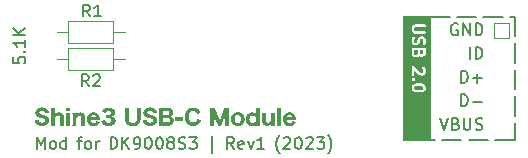
<source format=gto>
%TF.GenerationSoftware,KiCad,Pcbnew,(7.0.0-0)*%
%TF.CreationDate,2023-08-09T13:49:59+02:00*%
%TF.ProjectId,shine-usb-c,7368696e-652d-4757-9362-2d632e6b6963,1*%
%TF.SameCoordinates,Original*%
%TF.FileFunction,Legend,Top*%
%TF.FilePolarity,Positive*%
%FSLAX46Y46*%
G04 Gerber Fmt 4.6, Leading zero omitted, Abs format (unit mm)*
G04 Created by KiCad (PCBNEW (7.0.0-0)) date 2023-08-09 13:49:59*
%MOMM*%
%LPD*%
G01*
G04 APERTURE LIST*
G04 Aperture macros list*
%AMRoundRect*
0 Rectangle with rounded corners*
0 $1 Rounding radius*
0 $2 $3 $4 $5 $6 $7 $8 $9 X,Y pos of 4 corners*
0 Add a 4 corners polygon primitive as box body*
4,1,4,$2,$3,$4,$5,$6,$7,$8,$9,$2,$3,0*
0 Add four circle primitives for the rounded corners*
1,1,$1+$1,$2,$3*
1,1,$1+$1,$4,$5*
1,1,$1+$1,$6,$7*
1,1,$1+$1,$8,$9*
0 Add four rect primitives between the rounded corners*
20,1,$1+$1,$2,$3,$4,$5,0*
20,1,$1+$1,$4,$5,$6,$7,0*
20,1,$1+$1,$6,$7,$8,$9,0*
20,1,$1+$1,$8,$9,$2,$3,0*%
G04 Aperture macros list end*
%ADD10C,0.150000*%
%ADD11C,0.200000*%
%ADD12C,0.120000*%
%ADD13C,0.726000*%
%ADD14O,1.076000X1.876000*%
%ADD15O,1.076000X2.176000*%
%ADD16C,1.476000*%
%ADD17O,1.476000X1.476000*%
%ADD18C,1.326000*%
%ADD19C,2.276000*%
%ADD20RoundRect,0.038000X0.675000X0.675000X-0.675000X0.675000X-0.675000X-0.675000X0.675000X-0.675000X0*%
%ADD21O,1.426000X1.426000*%
G04 APERTURE END LIST*
D10*
X170150000Y-90800000D02*
X171800000Y-90800000D01*
X172400000Y-90800000D02*
X174050000Y-90800000D01*
X174650000Y-90800000D02*
X176300000Y-90800000D01*
X176900000Y-90800000D02*
X177300000Y-90800000D01*
X177300000Y-90800000D02*
X177300000Y-92450000D01*
X177300000Y-93050000D02*
X177300000Y-94700000D01*
X177300000Y-95300000D02*
X177300000Y-96950000D01*
X177300000Y-97550000D02*
X177300000Y-99200000D01*
X177300000Y-99800000D02*
X177300000Y-101200000D01*
X177300000Y-101200000D02*
X175650000Y-101200000D01*
X175050000Y-101200000D02*
X173400000Y-101200000D01*
X172800000Y-101200000D02*
X171150000Y-101200000D01*
X170550000Y-101200000D02*
X170150000Y-101200000D01*
X170150000Y-101200000D02*
X170150000Y-99550000D01*
X170150000Y-98950000D02*
X170150000Y-97300000D01*
X170150000Y-96700000D02*
X170150000Y-95050000D01*
X170150000Y-94450000D02*
X170150000Y-92800000D01*
X170150000Y-92200000D02*
X170150000Y-90800000D01*
X167920939Y-97399617D02*
X170156133Y-97399617D01*
X170156133Y-97399617D02*
X170156133Y-101199617D01*
X170156133Y-101199617D02*
X167920939Y-101199617D01*
X167920939Y-101199617D02*
X167920939Y-97399617D01*
G36*
X167920939Y-97399617D02*
G01*
X170156133Y-97399617D01*
X170156133Y-101199617D01*
X167920939Y-101199617D01*
X167920939Y-97399617D01*
G37*
X136838095Y-101982380D02*
X136838095Y-100982380D01*
X136838095Y-100982380D02*
X137171428Y-101696666D01*
X137171428Y-101696666D02*
X137504761Y-100982380D01*
X137504761Y-100982380D02*
X137504761Y-101982380D01*
X138123809Y-101982380D02*
X138028571Y-101934761D01*
X138028571Y-101934761D02*
X137980952Y-101887142D01*
X137980952Y-101887142D02*
X137933333Y-101791904D01*
X137933333Y-101791904D02*
X137933333Y-101506190D01*
X137933333Y-101506190D02*
X137980952Y-101410952D01*
X137980952Y-101410952D02*
X138028571Y-101363333D01*
X138028571Y-101363333D02*
X138123809Y-101315714D01*
X138123809Y-101315714D02*
X138266666Y-101315714D01*
X138266666Y-101315714D02*
X138361904Y-101363333D01*
X138361904Y-101363333D02*
X138409523Y-101410952D01*
X138409523Y-101410952D02*
X138457142Y-101506190D01*
X138457142Y-101506190D02*
X138457142Y-101791904D01*
X138457142Y-101791904D02*
X138409523Y-101887142D01*
X138409523Y-101887142D02*
X138361904Y-101934761D01*
X138361904Y-101934761D02*
X138266666Y-101982380D01*
X138266666Y-101982380D02*
X138123809Y-101982380D01*
X139314285Y-101982380D02*
X139314285Y-100982380D01*
X139314285Y-101934761D02*
X139219047Y-101982380D01*
X139219047Y-101982380D02*
X139028571Y-101982380D01*
X139028571Y-101982380D02*
X138933333Y-101934761D01*
X138933333Y-101934761D02*
X138885714Y-101887142D01*
X138885714Y-101887142D02*
X138838095Y-101791904D01*
X138838095Y-101791904D02*
X138838095Y-101506190D01*
X138838095Y-101506190D02*
X138885714Y-101410952D01*
X138885714Y-101410952D02*
X138933333Y-101363333D01*
X138933333Y-101363333D02*
X139028571Y-101315714D01*
X139028571Y-101315714D02*
X139219047Y-101315714D01*
X139219047Y-101315714D02*
X139314285Y-101363333D01*
X140247619Y-101315714D02*
X140628571Y-101315714D01*
X140390476Y-101982380D02*
X140390476Y-101125238D01*
X140390476Y-101125238D02*
X140438095Y-101030000D01*
X140438095Y-101030000D02*
X140533333Y-100982380D01*
X140533333Y-100982380D02*
X140628571Y-100982380D01*
X141104762Y-101982380D02*
X141009524Y-101934761D01*
X141009524Y-101934761D02*
X140961905Y-101887142D01*
X140961905Y-101887142D02*
X140914286Y-101791904D01*
X140914286Y-101791904D02*
X140914286Y-101506190D01*
X140914286Y-101506190D02*
X140961905Y-101410952D01*
X140961905Y-101410952D02*
X141009524Y-101363333D01*
X141009524Y-101363333D02*
X141104762Y-101315714D01*
X141104762Y-101315714D02*
X141247619Y-101315714D01*
X141247619Y-101315714D02*
X141342857Y-101363333D01*
X141342857Y-101363333D02*
X141390476Y-101410952D01*
X141390476Y-101410952D02*
X141438095Y-101506190D01*
X141438095Y-101506190D02*
X141438095Y-101791904D01*
X141438095Y-101791904D02*
X141390476Y-101887142D01*
X141390476Y-101887142D02*
X141342857Y-101934761D01*
X141342857Y-101934761D02*
X141247619Y-101982380D01*
X141247619Y-101982380D02*
X141104762Y-101982380D01*
X141866667Y-101982380D02*
X141866667Y-101315714D01*
X141866667Y-101506190D02*
X141914286Y-101410952D01*
X141914286Y-101410952D02*
X141961905Y-101363333D01*
X141961905Y-101363333D02*
X142057143Y-101315714D01*
X142057143Y-101315714D02*
X142152381Y-101315714D01*
X143085715Y-101982380D02*
X143085715Y-100982380D01*
X143085715Y-100982380D02*
X143323810Y-100982380D01*
X143323810Y-100982380D02*
X143466667Y-101030000D01*
X143466667Y-101030000D02*
X143561905Y-101125238D01*
X143561905Y-101125238D02*
X143609524Y-101220476D01*
X143609524Y-101220476D02*
X143657143Y-101410952D01*
X143657143Y-101410952D02*
X143657143Y-101553809D01*
X143657143Y-101553809D02*
X143609524Y-101744285D01*
X143609524Y-101744285D02*
X143561905Y-101839523D01*
X143561905Y-101839523D02*
X143466667Y-101934761D01*
X143466667Y-101934761D02*
X143323810Y-101982380D01*
X143323810Y-101982380D02*
X143085715Y-101982380D01*
X144085715Y-101982380D02*
X144085715Y-100982380D01*
X144657143Y-101982380D02*
X144228572Y-101410952D01*
X144657143Y-100982380D02*
X144085715Y-101553809D01*
X145133334Y-101982380D02*
X145323810Y-101982380D01*
X145323810Y-101982380D02*
X145419048Y-101934761D01*
X145419048Y-101934761D02*
X145466667Y-101887142D01*
X145466667Y-101887142D02*
X145561905Y-101744285D01*
X145561905Y-101744285D02*
X145609524Y-101553809D01*
X145609524Y-101553809D02*
X145609524Y-101172857D01*
X145609524Y-101172857D02*
X145561905Y-101077619D01*
X145561905Y-101077619D02*
X145514286Y-101030000D01*
X145514286Y-101030000D02*
X145419048Y-100982380D01*
X145419048Y-100982380D02*
X145228572Y-100982380D01*
X145228572Y-100982380D02*
X145133334Y-101030000D01*
X145133334Y-101030000D02*
X145085715Y-101077619D01*
X145085715Y-101077619D02*
X145038096Y-101172857D01*
X145038096Y-101172857D02*
X145038096Y-101410952D01*
X145038096Y-101410952D02*
X145085715Y-101506190D01*
X145085715Y-101506190D02*
X145133334Y-101553809D01*
X145133334Y-101553809D02*
X145228572Y-101601428D01*
X145228572Y-101601428D02*
X145419048Y-101601428D01*
X145419048Y-101601428D02*
X145514286Y-101553809D01*
X145514286Y-101553809D02*
X145561905Y-101506190D01*
X145561905Y-101506190D02*
X145609524Y-101410952D01*
X146228572Y-100982380D02*
X146323810Y-100982380D01*
X146323810Y-100982380D02*
X146419048Y-101030000D01*
X146419048Y-101030000D02*
X146466667Y-101077619D01*
X146466667Y-101077619D02*
X146514286Y-101172857D01*
X146514286Y-101172857D02*
X146561905Y-101363333D01*
X146561905Y-101363333D02*
X146561905Y-101601428D01*
X146561905Y-101601428D02*
X146514286Y-101791904D01*
X146514286Y-101791904D02*
X146466667Y-101887142D01*
X146466667Y-101887142D02*
X146419048Y-101934761D01*
X146419048Y-101934761D02*
X146323810Y-101982380D01*
X146323810Y-101982380D02*
X146228572Y-101982380D01*
X146228572Y-101982380D02*
X146133334Y-101934761D01*
X146133334Y-101934761D02*
X146085715Y-101887142D01*
X146085715Y-101887142D02*
X146038096Y-101791904D01*
X146038096Y-101791904D02*
X145990477Y-101601428D01*
X145990477Y-101601428D02*
X145990477Y-101363333D01*
X145990477Y-101363333D02*
X146038096Y-101172857D01*
X146038096Y-101172857D02*
X146085715Y-101077619D01*
X146085715Y-101077619D02*
X146133334Y-101030000D01*
X146133334Y-101030000D02*
X146228572Y-100982380D01*
X147180953Y-100982380D02*
X147276191Y-100982380D01*
X147276191Y-100982380D02*
X147371429Y-101030000D01*
X147371429Y-101030000D02*
X147419048Y-101077619D01*
X147419048Y-101077619D02*
X147466667Y-101172857D01*
X147466667Y-101172857D02*
X147514286Y-101363333D01*
X147514286Y-101363333D02*
X147514286Y-101601428D01*
X147514286Y-101601428D02*
X147466667Y-101791904D01*
X147466667Y-101791904D02*
X147419048Y-101887142D01*
X147419048Y-101887142D02*
X147371429Y-101934761D01*
X147371429Y-101934761D02*
X147276191Y-101982380D01*
X147276191Y-101982380D02*
X147180953Y-101982380D01*
X147180953Y-101982380D02*
X147085715Y-101934761D01*
X147085715Y-101934761D02*
X147038096Y-101887142D01*
X147038096Y-101887142D02*
X146990477Y-101791904D01*
X146990477Y-101791904D02*
X146942858Y-101601428D01*
X146942858Y-101601428D02*
X146942858Y-101363333D01*
X146942858Y-101363333D02*
X146990477Y-101172857D01*
X146990477Y-101172857D02*
X147038096Y-101077619D01*
X147038096Y-101077619D02*
X147085715Y-101030000D01*
X147085715Y-101030000D02*
X147180953Y-100982380D01*
X148085715Y-101410952D02*
X147990477Y-101363333D01*
X147990477Y-101363333D02*
X147942858Y-101315714D01*
X147942858Y-101315714D02*
X147895239Y-101220476D01*
X147895239Y-101220476D02*
X147895239Y-101172857D01*
X147895239Y-101172857D02*
X147942858Y-101077619D01*
X147942858Y-101077619D02*
X147990477Y-101030000D01*
X147990477Y-101030000D02*
X148085715Y-100982380D01*
X148085715Y-100982380D02*
X148276191Y-100982380D01*
X148276191Y-100982380D02*
X148371429Y-101030000D01*
X148371429Y-101030000D02*
X148419048Y-101077619D01*
X148419048Y-101077619D02*
X148466667Y-101172857D01*
X148466667Y-101172857D02*
X148466667Y-101220476D01*
X148466667Y-101220476D02*
X148419048Y-101315714D01*
X148419048Y-101315714D02*
X148371429Y-101363333D01*
X148371429Y-101363333D02*
X148276191Y-101410952D01*
X148276191Y-101410952D02*
X148085715Y-101410952D01*
X148085715Y-101410952D02*
X147990477Y-101458571D01*
X147990477Y-101458571D02*
X147942858Y-101506190D01*
X147942858Y-101506190D02*
X147895239Y-101601428D01*
X147895239Y-101601428D02*
X147895239Y-101791904D01*
X147895239Y-101791904D02*
X147942858Y-101887142D01*
X147942858Y-101887142D02*
X147990477Y-101934761D01*
X147990477Y-101934761D02*
X148085715Y-101982380D01*
X148085715Y-101982380D02*
X148276191Y-101982380D01*
X148276191Y-101982380D02*
X148371429Y-101934761D01*
X148371429Y-101934761D02*
X148419048Y-101887142D01*
X148419048Y-101887142D02*
X148466667Y-101791904D01*
X148466667Y-101791904D02*
X148466667Y-101601428D01*
X148466667Y-101601428D02*
X148419048Y-101506190D01*
X148419048Y-101506190D02*
X148371429Y-101458571D01*
X148371429Y-101458571D02*
X148276191Y-101410952D01*
X148847620Y-101934761D02*
X148990477Y-101982380D01*
X148990477Y-101982380D02*
X149228572Y-101982380D01*
X149228572Y-101982380D02*
X149323810Y-101934761D01*
X149323810Y-101934761D02*
X149371429Y-101887142D01*
X149371429Y-101887142D02*
X149419048Y-101791904D01*
X149419048Y-101791904D02*
X149419048Y-101696666D01*
X149419048Y-101696666D02*
X149371429Y-101601428D01*
X149371429Y-101601428D02*
X149323810Y-101553809D01*
X149323810Y-101553809D02*
X149228572Y-101506190D01*
X149228572Y-101506190D02*
X149038096Y-101458571D01*
X149038096Y-101458571D02*
X148942858Y-101410952D01*
X148942858Y-101410952D02*
X148895239Y-101363333D01*
X148895239Y-101363333D02*
X148847620Y-101268095D01*
X148847620Y-101268095D02*
X148847620Y-101172857D01*
X148847620Y-101172857D02*
X148895239Y-101077619D01*
X148895239Y-101077619D02*
X148942858Y-101030000D01*
X148942858Y-101030000D02*
X149038096Y-100982380D01*
X149038096Y-100982380D02*
X149276191Y-100982380D01*
X149276191Y-100982380D02*
X149419048Y-101030000D01*
X149752382Y-100982380D02*
X150371429Y-100982380D01*
X150371429Y-100982380D02*
X150038096Y-101363333D01*
X150038096Y-101363333D02*
X150180953Y-101363333D01*
X150180953Y-101363333D02*
X150276191Y-101410952D01*
X150276191Y-101410952D02*
X150323810Y-101458571D01*
X150323810Y-101458571D02*
X150371429Y-101553809D01*
X150371429Y-101553809D02*
X150371429Y-101791904D01*
X150371429Y-101791904D02*
X150323810Y-101887142D01*
X150323810Y-101887142D02*
X150276191Y-101934761D01*
X150276191Y-101934761D02*
X150180953Y-101982380D01*
X150180953Y-101982380D02*
X149895239Y-101982380D01*
X149895239Y-101982380D02*
X149800001Y-101934761D01*
X149800001Y-101934761D02*
X149752382Y-101887142D01*
X151638096Y-102315714D02*
X151638096Y-100887142D01*
X153523810Y-101982380D02*
X153190477Y-101506190D01*
X152952382Y-101982380D02*
X152952382Y-100982380D01*
X152952382Y-100982380D02*
X153333334Y-100982380D01*
X153333334Y-100982380D02*
X153428572Y-101030000D01*
X153428572Y-101030000D02*
X153476191Y-101077619D01*
X153476191Y-101077619D02*
X153523810Y-101172857D01*
X153523810Y-101172857D02*
X153523810Y-101315714D01*
X153523810Y-101315714D02*
X153476191Y-101410952D01*
X153476191Y-101410952D02*
X153428572Y-101458571D01*
X153428572Y-101458571D02*
X153333334Y-101506190D01*
X153333334Y-101506190D02*
X152952382Y-101506190D01*
X154333334Y-101934761D02*
X154238096Y-101982380D01*
X154238096Y-101982380D02*
X154047620Y-101982380D01*
X154047620Y-101982380D02*
X153952382Y-101934761D01*
X153952382Y-101934761D02*
X153904763Y-101839523D01*
X153904763Y-101839523D02*
X153904763Y-101458571D01*
X153904763Y-101458571D02*
X153952382Y-101363333D01*
X153952382Y-101363333D02*
X154047620Y-101315714D01*
X154047620Y-101315714D02*
X154238096Y-101315714D01*
X154238096Y-101315714D02*
X154333334Y-101363333D01*
X154333334Y-101363333D02*
X154380953Y-101458571D01*
X154380953Y-101458571D02*
X154380953Y-101553809D01*
X154380953Y-101553809D02*
X153904763Y-101649047D01*
X154714287Y-101315714D02*
X154952382Y-101982380D01*
X154952382Y-101982380D02*
X155190477Y-101315714D01*
X156095239Y-101982380D02*
X155523811Y-101982380D01*
X155809525Y-101982380D02*
X155809525Y-100982380D01*
X155809525Y-100982380D02*
X155714287Y-101125238D01*
X155714287Y-101125238D02*
X155619049Y-101220476D01*
X155619049Y-101220476D02*
X155523811Y-101268095D01*
X157409525Y-102363333D02*
X157361906Y-102315714D01*
X157361906Y-102315714D02*
X157266668Y-102172857D01*
X157266668Y-102172857D02*
X157219049Y-102077619D01*
X157219049Y-102077619D02*
X157171430Y-101934761D01*
X157171430Y-101934761D02*
X157123811Y-101696666D01*
X157123811Y-101696666D02*
X157123811Y-101506190D01*
X157123811Y-101506190D02*
X157171430Y-101268095D01*
X157171430Y-101268095D02*
X157219049Y-101125238D01*
X157219049Y-101125238D02*
X157266668Y-101030000D01*
X157266668Y-101030000D02*
X157361906Y-100887142D01*
X157361906Y-100887142D02*
X157409525Y-100839523D01*
X157742859Y-101077619D02*
X157790478Y-101030000D01*
X157790478Y-101030000D02*
X157885716Y-100982380D01*
X157885716Y-100982380D02*
X158123811Y-100982380D01*
X158123811Y-100982380D02*
X158219049Y-101030000D01*
X158219049Y-101030000D02*
X158266668Y-101077619D01*
X158266668Y-101077619D02*
X158314287Y-101172857D01*
X158314287Y-101172857D02*
X158314287Y-101268095D01*
X158314287Y-101268095D02*
X158266668Y-101410952D01*
X158266668Y-101410952D02*
X157695240Y-101982380D01*
X157695240Y-101982380D02*
X158314287Y-101982380D01*
X158933335Y-100982380D02*
X159028573Y-100982380D01*
X159028573Y-100982380D02*
X159123811Y-101030000D01*
X159123811Y-101030000D02*
X159171430Y-101077619D01*
X159171430Y-101077619D02*
X159219049Y-101172857D01*
X159219049Y-101172857D02*
X159266668Y-101363333D01*
X159266668Y-101363333D02*
X159266668Y-101601428D01*
X159266668Y-101601428D02*
X159219049Y-101791904D01*
X159219049Y-101791904D02*
X159171430Y-101887142D01*
X159171430Y-101887142D02*
X159123811Y-101934761D01*
X159123811Y-101934761D02*
X159028573Y-101982380D01*
X159028573Y-101982380D02*
X158933335Y-101982380D01*
X158933335Y-101982380D02*
X158838097Y-101934761D01*
X158838097Y-101934761D02*
X158790478Y-101887142D01*
X158790478Y-101887142D02*
X158742859Y-101791904D01*
X158742859Y-101791904D02*
X158695240Y-101601428D01*
X158695240Y-101601428D02*
X158695240Y-101363333D01*
X158695240Y-101363333D02*
X158742859Y-101172857D01*
X158742859Y-101172857D02*
X158790478Y-101077619D01*
X158790478Y-101077619D02*
X158838097Y-101030000D01*
X158838097Y-101030000D02*
X158933335Y-100982380D01*
X159647621Y-101077619D02*
X159695240Y-101030000D01*
X159695240Y-101030000D02*
X159790478Y-100982380D01*
X159790478Y-100982380D02*
X160028573Y-100982380D01*
X160028573Y-100982380D02*
X160123811Y-101030000D01*
X160123811Y-101030000D02*
X160171430Y-101077619D01*
X160171430Y-101077619D02*
X160219049Y-101172857D01*
X160219049Y-101172857D02*
X160219049Y-101268095D01*
X160219049Y-101268095D02*
X160171430Y-101410952D01*
X160171430Y-101410952D02*
X159600002Y-101982380D01*
X159600002Y-101982380D02*
X160219049Y-101982380D01*
X160552383Y-100982380D02*
X161171430Y-100982380D01*
X161171430Y-100982380D02*
X160838097Y-101363333D01*
X160838097Y-101363333D02*
X160980954Y-101363333D01*
X160980954Y-101363333D02*
X161076192Y-101410952D01*
X161076192Y-101410952D02*
X161123811Y-101458571D01*
X161123811Y-101458571D02*
X161171430Y-101553809D01*
X161171430Y-101553809D02*
X161171430Y-101791904D01*
X161171430Y-101791904D02*
X161123811Y-101887142D01*
X161123811Y-101887142D02*
X161076192Y-101934761D01*
X161076192Y-101934761D02*
X160980954Y-101982380D01*
X160980954Y-101982380D02*
X160695240Y-101982380D01*
X160695240Y-101982380D02*
X160600002Y-101934761D01*
X160600002Y-101934761D02*
X160552383Y-101887142D01*
X161504764Y-102363333D02*
X161552383Y-102315714D01*
X161552383Y-102315714D02*
X161647621Y-102172857D01*
X161647621Y-102172857D02*
X161695240Y-102077619D01*
X161695240Y-102077619D02*
X161742859Y-101934761D01*
X161742859Y-101934761D02*
X161790478Y-101696666D01*
X161790478Y-101696666D02*
X161790478Y-101506190D01*
X161790478Y-101506190D02*
X161742859Y-101268095D01*
X161742859Y-101268095D02*
X161695240Y-101125238D01*
X161695240Y-101125238D02*
X161647621Y-101030000D01*
X161647621Y-101030000D02*
X161552383Y-100887142D01*
X161552383Y-100887142D02*
X161504764Y-100839523D01*
D11*
G36*
X136674933Y-99548131D02*
G01*
X136676973Y-99562271D01*
X136679048Y-99575947D01*
X136681164Y-99589174D01*
X136683325Y-99601969D01*
X136687807Y-99626325D01*
X136692535Y-99649140D01*
X136697555Y-99670542D01*
X136702907Y-99690656D01*
X136708635Y-99709609D01*
X136714781Y-99727527D01*
X136721389Y-99744538D01*
X136728502Y-99760767D01*
X136736161Y-99776341D01*
X136744410Y-99791387D01*
X136753291Y-99806032D01*
X136762848Y-99820400D01*
X136773123Y-99834620D01*
X136784159Y-99848818D01*
X136793599Y-99860289D01*
X136803519Y-99871424D01*
X136813915Y-99882220D01*
X136824782Y-99892676D01*
X136836114Y-99902789D01*
X136847907Y-99912559D01*
X136860156Y-99921983D01*
X136872855Y-99931060D01*
X136885999Y-99939787D01*
X136899584Y-99948163D01*
X136913605Y-99956186D01*
X136928056Y-99963855D01*
X136942933Y-99971167D01*
X136958231Y-99978121D01*
X136973944Y-99984714D01*
X136990068Y-99990946D01*
X137006597Y-99996814D01*
X137023527Y-100002317D01*
X137040852Y-100007452D01*
X137058568Y-100012218D01*
X137076669Y-100016613D01*
X137095151Y-100020635D01*
X137114009Y-100024283D01*
X137133237Y-100027555D01*
X137152831Y-100030448D01*
X137172786Y-100032961D01*
X137193096Y-100035093D01*
X137213756Y-100036841D01*
X137234762Y-100038204D01*
X137256109Y-100039180D01*
X137277791Y-100039767D01*
X137299804Y-100039963D01*
X137333822Y-100039452D01*
X137366929Y-100037928D01*
X137399113Y-100035398D01*
X137430364Y-100031871D01*
X137460670Y-100027357D01*
X137490020Y-100021864D01*
X137518404Y-100015402D01*
X137545809Y-100007978D01*
X137572226Y-99999602D01*
X137597643Y-99990283D01*
X137622049Y-99980030D01*
X137645434Y-99968851D01*
X137667785Y-99956756D01*
X137689092Y-99943753D01*
X137709344Y-99929851D01*
X137728530Y-99915060D01*
X137746638Y-99899387D01*
X137763659Y-99882843D01*
X137779580Y-99865436D01*
X137794391Y-99847174D01*
X137808080Y-99828067D01*
X137820637Y-99808124D01*
X137832050Y-99787353D01*
X137842309Y-99765763D01*
X137851403Y-99743363D01*
X137859320Y-99720163D01*
X137866049Y-99696171D01*
X137871579Y-99671396D01*
X137875900Y-99645846D01*
X137879000Y-99619531D01*
X137880868Y-99592460D01*
X137881493Y-99564642D01*
X137881273Y-99548191D01*
X137880615Y-99532061D01*
X137879517Y-99516249D01*
X137877980Y-99500756D01*
X137876005Y-99485582D01*
X137873590Y-99470724D01*
X137870736Y-99456185D01*
X137867443Y-99441961D01*
X137863711Y-99428054D01*
X137859540Y-99414463D01*
X137854929Y-99401188D01*
X137849880Y-99388227D01*
X137844392Y-99375580D01*
X137838465Y-99363248D01*
X137832098Y-99351229D01*
X137825293Y-99339523D01*
X137817000Y-99326507D01*
X137808099Y-99313786D01*
X137798620Y-99301379D01*
X137788595Y-99289306D01*
X137778054Y-99277586D01*
X137767029Y-99266240D01*
X137755551Y-99255286D01*
X137743651Y-99244744D01*
X137731361Y-99234634D01*
X137718711Y-99224975D01*
X137705733Y-99215787D01*
X137692457Y-99207089D01*
X137678915Y-99198901D01*
X137665139Y-99191242D01*
X137651159Y-99184132D01*
X137637006Y-99177590D01*
X137623052Y-99171500D01*
X137608602Y-99165586D01*
X137593517Y-99159808D01*
X137577660Y-99154128D01*
X137560891Y-99148506D01*
X137543072Y-99142902D01*
X137524064Y-99137276D01*
X137503729Y-99131590D01*
X137481927Y-99125803D01*
X137458521Y-99119876D01*
X137446173Y-99116847D01*
X137433372Y-99113769D01*
X137420100Y-99110636D01*
X137406341Y-99107444D01*
X137392076Y-99104186D01*
X137377289Y-99100860D01*
X137361962Y-99097458D01*
X137346078Y-99093977D01*
X137329620Y-99090412D01*
X137312570Y-99086757D01*
X137294911Y-99083008D01*
X137276625Y-99079160D01*
X137259680Y-99075162D01*
X137244027Y-99071362D01*
X137229573Y-99067728D01*
X137216228Y-99064227D01*
X137203898Y-99060826D01*
X137187107Y-99055842D01*
X137172083Y-99050901D01*
X137158516Y-99045893D01*
X137146095Y-99040708D01*
X137134509Y-99035237D01*
X137119823Y-99027305D01*
X137108977Y-99020737D01*
X137098829Y-99012683D01*
X137086796Y-99001309D01*
X137076492Y-98989166D01*
X137067937Y-98976206D01*
X137061147Y-98962379D01*
X137056143Y-98947638D01*
X137052943Y-98931934D01*
X137051564Y-98915219D01*
X137051507Y-98910877D01*
X137052525Y-98892834D01*
X137055543Y-98875645D01*
X137060509Y-98859353D01*
X137067368Y-98844000D01*
X137076067Y-98829630D01*
X137086552Y-98816284D01*
X137098770Y-98804007D01*
X137112668Y-98792840D01*
X137128192Y-98782827D01*
X137145289Y-98774010D01*
X137163904Y-98766432D01*
X137183985Y-98760136D01*
X137205478Y-98755165D01*
X137228330Y-98751561D01*
X137252487Y-98749367D01*
X137277896Y-98748626D01*
X137293714Y-98748926D01*
X137309127Y-98749822D01*
X137324117Y-98751307D01*
X137338665Y-98753374D01*
X137352754Y-98756016D01*
X137366365Y-98759225D01*
X137379481Y-98762996D01*
X137392082Y-98767320D01*
X137404152Y-98772191D01*
X137415671Y-98777603D01*
X137431878Y-98786717D01*
X137446745Y-98797007D01*
X137460212Y-98808449D01*
X137472215Y-98821020D01*
X137480902Y-98832703D01*
X137488483Y-98844298D01*
X137495104Y-98856338D01*
X137500911Y-98869362D01*
X137506047Y-98883903D01*
X137509548Y-98896127D01*
X137512814Y-98909733D01*
X137515908Y-98924946D01*
X137518890Y-98941993D01*
X137860219Y-98905479D01*
X137855294Y-98883839D01*
X137850379Y-98863616D01*
X137845439Y-98844704D01*
X137840439Y-98826993D01*
X137835344Y-98810376D01*
X137830119Y-98794745D01*
X137824730Y-98779993D01*
X137819141Y-98766010D01*
X137813317Y-98752690D01*
X137807225Y-98739924D01*
X137800828Y-98727605D01*
X137794092Y-98715624D01*
X137786982Y-98703874D01*
X137779463Y-98692247D01*
X137771501Y-98680635D01*
X137763060Y-98668930D01*
X137753801Y-98657284D01*
X137744125Y-98645982D01*
X137734038Y-98635025D01*
X137723541Y-98624416D01*
X137712640Y-98614156D01*
X137701338Y-98604247D01*
X137689640Y-98594690D01*
X137677549Y-98585488D01*
X137665068Y-98576641D01*
X137652203Y-98568151D01*
X137638958Y-98560021D01*
X137625335Y-98552252D01*
X137611339Y-98544845D01*
X137596974Y-98537803D01*
X137582244Y-98531126D01*
X137567152Y-98524817D01*
X137551704Y-98518878D01*
X137535902Y-98513309D01*
X137519751Y-98508113D01*
X137503255Y-98503291D01*
X137486417Y-98498846D01*
X137469242Y-98494778D01*
X137451733Y-98491089D01*
X137433895Y-98487782D01*
X137415731Y-98484857D01*
X137397246Y-98482317D01*
X137378443Y-98480163D01*
X137359326Y-98478397D01*
X137339899Y-98477021D01*
X137320167Y-98476035D01*
X137300133Y-98475443D01*
X137279801Y-98475245D01*
X137248276Y-98475755D01*
X137217474Y-98477276D01*
X137187414Y-98479794D01*
X137158113Y-98483293D01*
X137129591Y-98487761D01*
X137101864Y-98493182D01*
X137074952Y-98499543D01*
X137048872Y-98506828D01*
X137023643Y-98515024D01*
X136999283Y-98524117D01*
X136975810Y-98534091D01*
X136953243Y-98544934D01*
X136931598Y-98556629D01*
X136910896Y-98569165D01*
X136891153Y-98582524D01*
X136872388Y-98596695D01*
X136854620Y-98611662D01*
X136837866Y-98627410D01*
X136822145Y-98643927D01*
X136807474Y-98661196D01*
X136793873Y-98679205D01*
X136781359Y-98697939D01*
X136769950Y-98717383D01*
X136759665Y-98737523D01*
X136750522Y-98758345D01*
X136742539Y-98779835D01*
X136735734Y-98801977D01*
X136730126Y-98824759D01*
X136725732Y-98848166D01*
X136722571Y-98872182D01*
X136720661Y-98896795D01*
X136720020Y-98921990D01*
X136720187Y-98934726D01*
X136721511Y-98959807D01*
X136724146Y-98984349D01*
X136728076Y-99008330D01*
X136733289Y-99031726D01*
X136739768Y-99054515D01*
X136747501Y-99076676D01*
X136756471Y-99098185D01*
X136766666Y-99119021D01*
X136778070Y-99139162D01*
X136790669Y-99158584D01*
X136804449Y-99177265D01*
X136819395Y-99195184D01*
X136835494Y-99212318D01*
X136852729Y-99228644D01*
X136871088Y-99244141D01*
X136880683Y-99251571D01*
X136893821Y-99260573D01*
X136906901Y-99269042D01*
X136920074Y-99277032D01*
X136933490Y-99284598D01*
X136947301Y-99291793D01*
X136961657Y-99298672D01*
X136976709Y-99305290D01*
X136992608Y-99311701D01*
X137009503Y-99317959D01*
X137027547Y-99324119D01*
X137046889Y-99330235D01*
X137067680Y-99336363D01*
X137090072Y-99342555D01*
X137114214Y-99348867D01*
X137126988Y-99352084D01*
X137140257Y-99355352D01*
X137154039Y-99358677D01*
X137168353Y-99362066D01*
X137186511Y-99366243D01*
X137203855Y-99370264D01*
X137220411Y-99374138D01*
X137236205Y-99377873D01*
X137251264Y-99381479D01*
X137265614Y-99384963D01*
X137279282Y-99388334D01*
X137292293Y-99391600D01*
X137304674Y-99394770D01*
X137327654Y-99400855D01*
X137348430Y-99406656D01*
X137367216Y-99412240D01*
X137384222Y-99417676D01*
X137399659Y-99423029D01*
X137413738Y-99428369D01*
X137426671Y-99433762D01*
X137438669Y-99439275D01*
X137455373Y-99447919D01*
X137471161Y-99457214D01*
X137476343Y-99460496D01*
X137488398Y-99468690D01*
X137499210Y-99477555D01*
X137508791Y-99487093D01*
X137517154Y-99497305D01*
X137524311Y-99508194D01*
X137530275Y-99519760D01*
X137535059Y-99532005D01*
X137538675Y-99544931D01*
X137541136Y-99558539D01*
X137542454Y-99572831D01*
X137542704Y-99582740D01*
X137541621Y-99603058D01*
X137538403Y-99622314D01*
X137533095Y-99640475D01*
X137525741Y-99657505D01*
X137516388Y-99673371D01*
X137505080Y-99688037D01*
X137491862Y-99701470D01*
X137476779Y-99713636D01*
X137459877Y-99724499D01*
X137441201Y-99734025D01*
X137420795Y-99742180D01*
X137398705Y-99748930D01*
X137374976Y-99754239D01*
X137349653Y-99758074D01*
X137336408Y-99759428D01*
X137322782Y-99760401D01*
X137308779Y-99760987D01*
X137294406Y-99761184D01*
X137274926Y-99760805D01*
X137256025Y-99759672D01*
X137237718Y-99757789D01*
X137220018Y-99755161D01*
X137202940Y-99751792D01*
X137186497Y-99747688D01*
X137170703Y-99742853D01*
X137155573Y-99737291D01*
X137141119Y-99731007D01*
X137127357Y-99724006D01*
X137114300Y-99716292D01*
X137101962Y-99707871D01*
X137090357Y-99698746D01*
X137079499Y-99688923D01*
X137069402Y-99678406D01*
X137060080Y-99667199D01*
X137052279Y-99657008D01*
X137043338Y-99643329D01*
X137035871Y-99628936D01*
X137029667Y-99613169D01*
X137025715Y-99600043D01*
X137022264Y-99585492D01*
X137019224Y-99569236D01*
X137016507Y-99550995D01*
X137014831Y-99537595D01*
X137013232Y-99523105D01*
X137012452Y-99515427D01*
X136674933Y-99548131D01*
G37*
G36*
X138386025Y-100019642D02*
G01*
X138383862Y-100001267D01*
X138381893Y-99983585D01*
X138380109Y-99966502D01*
X138378504Y-99949922D01*
X138377070Y-99933749D01*
X138375800Y-99917888D01*
X138374687Y-99902244D01*
X138373722Y-99886721D01*
X138372898Y-99871225D01*
X138372208Y-99855659D01*
X138371645Y-99839928D01*
X138371201Y-99823938D01*
X138370869Y-99807592D01*
X138370641Y-99790795D01*
X138370509Y-99773453D01*
X138370467Y-99755468D01*
X138370467Y-99389690D01*
X138378284Y-99376650D01*
X138386197Y-99364020D01*
X138394203Y-99351802D01*
X138402302Y-99339996D01*
X138410491Y-99328602D01*
X138418769Y-99317619D01*
X138427135Y-99307049D01*
X138435588Y-99296891D01*
X138444124Y-99287146D01*
X138452744Y-99277814D01*
X138470228Y-99260388D01*
X138488026Y-99244615D01*
X138506126Y-99230496D01*
X138524516Y-99218033D01*
X138543184Y-99207227D01*
X138562119Y-99198080D01*
X138581307Y-99190593D01*
X138600738Y-99184767D01*
X138620398Y-99180604D01*
X138640276Y-99178106D01*
X138660359Y-99177272D01*
X138676429Y-99177664D01*
X138691341Y-99178855D01*
X138705160Y-99180872D01*
X138717948Y-99183742D01*
X138732580Y-99188566D01*
X138745824Y-99194814D01*
X138757804Y-99202536D01*
X138760059Y-99204261D01*
X138770854Y-99212812D01*
X138780250Y-99222166D01*
X138788320Y-99232525D01*
X138795137Y-99244090D01*
X138800777Y-99257061D01*
X138805312Y-99271639D01*
X138808815Y-99288026D01*
X138811362Y-99306422D01*
X138812565Y-99319901D01*
X138813397Y-99334423D01*
X138813880Y-99350046D01*
X138814036Y-99366829D01*
X138814036Y-99755468D01*
X138813994Y-99774070D01*
X138813862Y-99791954D01*
X138813633Y-99809215D01*
X138813297Y-99825947D01*
X138812849Y-99842243D01*
X138812278Y-99858198D01*
X138811579Y-99873906D01*
X138810742Y-99889460D01*
X138809760Y-99904955D01*
X138808626Y-99920484D01*
X138807330Y-99936141D01*
X138805865Y-99952021D01*
X138804224Y-99968217D01*
X138802398Y-99984823D01*
X138800380Y-100001933D01*
X138798161Y-100019642D01*
X139140125Y-100019642D01*
X139137850Y-100003813D01*
X139135783Y-99988300D01*
X139133914Y-99973014D01*
X139132237Y-99957870D01*
X139130741Y-99942779D01*
X139129420Y-99927656D01*
X139128264Y-99912412D01*
X139127266Y-99896961D01*
X139126416Y-99881217D01*
X139125707Y-99865091D01*
X139125129Y-99848498D01*
X139124676Y-99831350D01*
X139124338Y-99813560D01*
X139124107Y-99795041D01*
X139123974Y-99775706D01*
X139123932Y-99755468D01*
X139123932Y-99297928D01*
X139123522Y-99274667D01*
X139122295Y-99252040D01*
X139120259Y-99230054D01*
X139117420Y-99208715D01*
X139113782Y-99188031D01*
X139109354Y-99168008D01*
X139104141Y-99148652D01*
X139098149Y-99129972D01*
X139091384Y-99111974D01*
X139083853Y-99094665D01*
X139075562Y-99078051D01*
X139066517Y-99062139D01*
X139056724Y-99046937D01*
X139046190Y-99032451D01*
X139034920Y-99018688D01*
X139022922Y-99005655D01*
X139010201Y-98993359D01*
X138996763Y-98981806D01*
X138982615Y-98971004D01*
X138967763Y-98960959D01*
X138952213Y-98951678D01*
X138935971Y-98943168D01*
X138919044Y-98935436D01*
X138901438Y-98928489D01*
X138883158Y-98922333D01*
X138864212Y-98916976D01*
X138844605Y-98912425D01*
X138824344Y-98908685D01*
X138803435Y-98905765D01*
X138781883Y-98903670D01*
X138759697Y-98902408D01*
X138736880Y-98901986D01*
X138722120Y-98902140D01*
X138707603Y-98902602D01*
X138693326Y-98903370D01*
X138679285Y-98904443D01*
X138665475Y-98905820D01*
X138651895Y-98907499D01*
X138638538Y-98909480D01*
X138625402Y-98911760D01*
X138612483Y-98914339D01*
X138599777Y-98917215D01*
X138587280Y-98920387D01*
X138574988Y-98923854D01*
X138551005Y-98931667D01*
X138527796Y-98940644D01*
X138505332Y-98950774D01*
X138483581Y-98962048D01*
X138462513Y-98974454D01*
X138442097Y-98987983D01*
X138422302Y-99002625D01*
X138403098Y-99018369D01*
X138384454Y-99035206D01*
X138366339Y-99053124D01*
X138367182Y-99039701D01*
X138367942Y-99026981D01*
X138368479Y-99013503D01*
X138368562Y-99007084D01*
X138368562Y-98784823D01*
X138368604Y-98762404D01*
X138368737Y-98741374D01*
X138368968Y-98721594D01*
X138369306Y-98702929D01*
X138369760Y-98685240D01*
X138370337Y-98668391D01*
X138371046Y-98652244D01*
X138371896Y-98636662D01*
X138372894Y-98621508D01*
X138374050Y-98606645D01*
X138375372Y-98591935D01*
X138376867Y-98577242D01*
X138378545Y-98562428D01*
X138380413Y-98547355D01*
X138382480Y-98531888D01*
X138384755Y-98515887D01*
X138046284Y-98515887D01*
X138048506Y-98531061D01*
X138050535Y-98546040D01*
X138052376Y-98560913D01*
X138054038Y-98575769D01*
X138055526Y-98590695D01*
X138056849Y-98605780D01*
X138058012Y-98621113D01*
X138059024Y-98636781D01*
X138059890Y-98652874D01*
X138060618Y-98669479D01*
X138061215Y-98686685D01*
X138061688Y-98704581D01*
X138062044Y-98723254D01*
X138062289Y-98742793D01*
X138062431Y-98763287D01*
X138062477Y-98784823D01*
X138062477Y-99755468D01*
X138062431Y-99774736D01*
X138062289Y-99793191D01*
X138062044Y-99810929D01*
X138061688Y-99828046D01*
X138061215Y-99844635D01*
X138060618Y-99860794D01*
X138059890Y-99876616D01*
X138059024Y-99892199D01*
X138058012Y-99907636D01*
X138056849Y-99923023D01*
X138055526Y-99938456D01*
X138054038Y-99954030D01*
X138052376Y-99969840D01*
X138050535Y-99985982D01*
X138048506Y-100002550D01*
X138046284Y-100019642D01*
X138386025Y-100019642D01*
G37*
G36*
X139329047Y-98515887D02*
G01*
X139329047Y-98787681D01*
X139666249Y-98787681D01*
X139666249Y-98515887D01*
X139329047Y-98515887D01*
G37*
G36*
X139323967Y-98922307D02*
G01*
X139326189Y-98938247D01*
X139328218Y-98953859D01*
X139330059Y-98969231D01*
X139331721Y-98984451D01*
X139333210Y-98999608D01*
X139334532Y-99014790D01*
X139335696Y-99030085D01*
X139336707Y-99045583D01*
X139337573Y-99061370D01*
X139338301Y-99077536D01*
X139338898Y-99094170D01*
X139339371Y-99111358D01*
X139339727Y-99129190D01*
X139339972Y-99147755D01*
X139340114Y-99167139D01*
X139340160Y-99187433D01*
X139340160Y-99754833D01*
X139340114Y-99774321D01*
X139339973Y-99792753D01*
X139339729Y-99810271D01*
X139339376Y-99827019D01*
X139338908Y-99843137D01*
X139338318Y-99858769D01*
X139337600Y-99874057D01*
X139336747Y-99889143D01*
X139335752Y-99904169D01*
X139334610Y-99919278D01*
X139333313Y-99934612D01*
X139331855Y-99950314D01*
X139330230Y-99966525D01*
X139328431Y-99983389D01*
X139326451Y-100001047D01*
X139324284Y-100019642D01*
X139669741Y-100019642D01*
X139667466Y-100003436D01*
X139665399Y-99987514D01*
X139663531Y-99971803D01*
X139661853Y-99956228D01*
X139660358Y-99940716D01*
X139659036Y-99925194D01*
X139657881Y-99909589D01*
X139656882Y-99893826D01*
X139656032Y-99877832D01*
X139655323Y-99861535D01*
X139654746Y-99844860D01*
X139654292Y-99827733D01*
X139653954Y-99810082D01*
X139653723Y-99791833D01*
X139653590Y-99772912D01*
X139653548Y-99753246D01*
X139653548Y-99189020D01*
X139653590Y-99167181D01*
X139653724Y-99146487D01*
X139653956Y-99126840D01*
X139654297Y-99108143D01*
X139654755Y-99090298D01*
X139655340Y-99073208D01*
X139656059Y-99056774D01*
X139656922Y-99040899D01*
X139657937Y-99025486D01*
X139659114Y-99010436D01*
X139660461Y-98995653D01*
X139661987Y-98981038D01*
X139663701Y-98966493D01*
X139665612Y-98951922D01*
X139667728Y-98937226D01*
X139670059Y-98922307D01*
X139323967Y-98922307D01*
G37*
G36*
X140194595Y-100019642D02*
G01*
X140192432Y-100001267D01*
X140190462Y-99983585D01*
X140188679Y-99966502D01*
X140187074Y-99949922D01*
X140185640Y-99933749D01*
X140184370Y-99917888D01*
X140183256Y-99902244D01*
X140182291Y-99886721D01*
X140181467Y-99871225D01*
X140180778Y-99855659D01*
X140180215Y-99839928D01*
X140179771Y-99823938D01*
X140179438Y-99807592D01*
X140179210Y-99790795D01*
X140179079Y-99773453D01*
X140179036Y-99755468D01*
X140179036Y-99389690D01*
X140186217Y-99377460D01*
X140193583Y-99365538D01*
X140201130Y-99353929D01*
X140208849Y-99342640D01*
X140216735Y-99331674D01*
X140224780Y-99321039D01*
X140232977Y-99310737D01*
X140241319Y-99300776D01*
X140249800Y-99291160D01*
X140267151Y-99272984D01*
X140284973Y-99256251D01*
X140303213Y-99241003D01*
X140321815Y-99227282D01*
X140340725Y-99215130D01*
X140359887Y-99204588D01*
X140379247Y-99195700D01*
X140398750Y-99188505D01*
X140418340Y-99183047D01*
X140437964Y-99179367D01*
X140457565Y-99177507D01*
X140467341Y-99177272D01*
X140482671Y-99177733D01*
X140497232Y-99179108D01*
X140511026Y-99181391D01*
X140524057Y-99184575D01*
X140536329Y-99188652D01*
X140550607Y-99194993D01*
X140563713Y-99202702D01*
X140568628Y-99206166D01*
X140579424Y-99215036D01*
X140588819Y-99224485D01*
X140596889Y-99234755D01*
X140603707Y-99246090D01*
X140609346Y-99258732D01*
X140613881Y-99272927D01*
X140617385Y-99288916D01*
X140619932Y-99306943D01*
X140621135Y-99320213D01*
X140621967Y-99334570D01*
X140622450Y-99350084D01*
X140622606Y-99366829D01*
X140622606Y-99755468D01*
X140622564Y-99774070D01*
X140622432Y-99791954D01*
X140622202Y-99809215D01*
X140621867Y-99825947D01*
X140621418Y-99842243D01*
X140620848Y-99858198D01*
X140620148Y-99873906D01*
X140619312Y-99889460D01*
X140618330Y-99904955D01*
X140617195Y-99920484D01*
X140615899Y-99936141D01*
X140614435Y-99952021D01*
X140612794Y-99968217D01*
X140610968Y-99984823D01*
X140608949Y-100001933D01*
X140606730Y-100019642D01*
X140948695Y-100019642D01*
X140946420Y-100003813D01*
X140944352Y-99988300D01*
X140942484Y-99973014D01*
X140940806Y-99957870D01*
X140939311Y-99942779D01*
X140937990Y-99927656D01*
X140936834Y-99912412D01*
X140935835Y-99896961D01*
X140934985Y-99881217D01*
X140934276Y-99865091D01*
X140933699Y-99848498D01*
X140933245Y-99831350D01*
X140932907Y-99813560D01*
X140932676Y-99795041D01*
X140932544Y-99775706D01*
X140932501Y-99755468D01*
X140932501Y-99297928D01*
X140932091Y-99274667D01*
X140930865Y-99252040D01*
X140928829Y-99230054D01*
X140925989Y-99208715D01*
X140922352Y-99188031D01*
X140917924Y-99168008D01*
X140912710Y-99148652D01*
X140906718Y-99129972D01*
X140899953Y-99111974D01*
X140892422Y-99094665D01*
X140884131Y-99078051D01*
X140875086Y-99062139D01*
X140865293Y-99046937D01*
X140854759Y-99032451D01*
X140843490Y-99018688D01*
X140831492Y-99005655D01*
X140818770Y-98993359D01*
X140805333Y-98981806D01*
X140791185Y-98971004D01*
X140776333Y-98960959D01*
X140760782Y-98951678D01*
X140744541Y-98943168D01*
X140727614Y-98935436D01*
X140710007Y-98928489D01*
X140691728Y-98922333D01*
X140672781Y-98916976D01*
X140653175Y-98912425D01*
X140632913Y-98908685D01*
X140612004Y-98905765D01*
X140590453Y-98903670D01*
X140568266Y-98902408D01*
X140545450Y-98901986D01*
X140530857Y-98902140D01*
X140516486Y-98902602D01*
X140502335Y-98903370D01*
X140488401Y-98904443D01*
X140474681Y-98905820D01*
X140461172Y-98907499D01*
X140447871Y-98909480D01*
X140434776Y-98911760D01*
X140421883Y-98914339D01*
X140409191Y-98917215D01*
X140396696Y-98920387D01*
X140384395Y-98923854D01*
X140360365Y-98931667D01*
X140337080Y-98940644D01*
X140314516Y-98950774D01*
X140292653Y-98962048D01*
X140271466Y-98974454D01*
X140250934Y-98987983D01*
X140231035Y-99002625D01*
X140211746Y-99018369D01*
X140193044Y-99035206D01*
X140183907Y-99044030D01*
X140174909Y-99053124D01*
X140175752Y-99039198D01*
X140176512Y-99026144D01*
X140177049Y-99012956D01*
X140177131Y-99007084D01*
X140177131Y-98922307D01*
X139854853Y-98922307D01*
X139857075Y-98937246D01*
X139859104Y-98951997D01*
X139860946Y-98966646D01*
X139862607Y-98981281D01*
X139864096Y-98995988D01*
X139865418Y-99010855D01*
X139866582Y-99025968D01*
X139867593Y-99041415D01*
X139868460Y-99057283D01*
X139869188Y-99073657D01*
X139869785Y-99090627D01*
X139870257Y-99108277D01*
X139870613Y-99126696D01*
X139870858Y-99145970D01*
X139871000Y-99166187D01*
X139871046Y-99187433D01*
X139871046Y-99754833D01*
X139871000Y-99774161D01*
X139870858Y-99792675D01*
X139870613Y-99810471D01*
X139870257Y-99827644D01*
X139869785Y-99844288D01*
X139869188Y-99860499D01*
X139868460Y-99876372D01*
X139867593Y-99892000D01*
X139866582Y-99907480D01*
X139865418Y-99922906D01*
X139864096Y-99938373D01*
X139862607Y-99953975D01*
X139860946Y-99969809D01*
X139859104Y-99985967D01*
X139857075Y-100002547D01*
X139854853Y-100019642D01*
X140194595Y-100019642D01*
G37*
G36*
X141665566Y-98882016D02*
G01*
X141687651Y-98883065D01*
X141709349Y-98884806D01*
X141730654Y-98887235D01*
X141751560Y-98890346D01*
X141772061Y-98894133D01*
X141792150Y-98898592D01*
X141811821Y-98903718D01*
X141831068Y-98909504D01*
X141849885Y-98915946D01*
X141868265Y-98923038D01*
X141886202Y-98930775D01*
X141903689Y-98939152D01*
X141920721Y-98948164D01*
X141937292Y-98957805D01*
X141953394Y-98968069D01*
X141969021Y-98978952D01*
X141984168Y-98990449D01*
X141998828Y-99002553D01*
X142012995Y-99015261D01*
X142026662Y-99028565D01*
X142039823Y-99042462D01*
X142052473Y-99056946D01*
X142064603Y-99072011D01*
X142076210Y-99087652D01*
X142087285Y-99103865D01*
X142097823Y-99120643D01*
X142107818Y-99137982D01*
X142117263Y-99155875D01*
X142126152Y-99174319D01*
X142134478Y-99193307D01*
X142142236Y-99212834D01*
X142148157Y-99229184D01*
X142153559Y-99244999D01*
X142158471Y-99260436D01*
X142162924Y-99275653D01*
X142166950Y-99290806D01*
X142170578Y-99306053D01*
X142173840Y-99321552D01*
X142176766Y-99337459D01*
X142179387Y-99353932D01*
X142181733Y-99371127D01*
X142183836Y-99389202D01*
X142185726Y-99408315D01*
X142187433Y-99428622D01*
X142188989Y-99450280D01*
X142190424Y-99473447D01*
X142191769Y-99498281D01*
X142192292Y-99509978D01*
X142193655Y-99523498D01*
X142195172Y-99537307D01*
X142196849Y-99552258D01*
X141395757Y-99552258D01*
X141396495Y-99559311D01*
X141398119Y-99572888D01*
X141399956Y-99585799D01*
X141403149Y-99604018D01*
X141406919Y-99621003D01*
X141411327Y-99636911D01*
X141416432Y-99651902D01*
X141422293Y-99666133D01*
X141428970Y-99679764D01*
X141436524Y-99692952D01*
X141445013Y-99705857D01*
X141454497Y-99718637D01*
X141463598Y-99729591D01*
X141473158Y-99739832D01*
X141483175Y-99749360D01*
X141493646Y-99758177D01*
X141504569Y-99766283D01*
X141515942Y-99773680D01*
X141527762Y-99780367D01*
X141540028Y-99786347D01*
X141552736Y-99791620D01*
X141565885Y-99796186D01*
X141579472Y-99800048D01*
X141593495Y-99803205D01*
X141607951Y-99805659D01*
X141622838Y-99807411D01*
X141638154Y-99808461D01*
X141653897Y-99808811D01*
X141676680Y-99808129D01*
X141698475Y-99806077D01*
X141719283Y-99802649D01*
X141739105Y-99797837D01*
X141757943Y-99791633D01*
X141775799Y-99784030D01*
X141792673Y-99775020D01*
X141808567Y-99764597D01*
X141823482Y-99752752D01*
X141837420Y-99739479D01*
X141850383Y-99724769D01*
X141862371Y-99708615D01*
X141873386Y-99691010D01*
X141883429Y-99671947D01*
X141892502Y-99651418D01*
X141900607Y-99629415D01*
X142184783Y-99716732D01*
X142176517Y-99735120D01*
X142168589Y-99752246D01*
X142160941Y-99768198D01*
X142153518Y-99783068D01*
X142146262Y-99796946D01*
X142139117Y-99809923D01*
X142132025Y-99822090D01*
X142124931Y-99833538D01*
X142117778Y-99844356D01*
X142106812Y-99859604D01*
X142095393Y-99873946D01*
X142083329Y-99887691D01*
X142070429Y-99901142D01*
X142061270Y-99910099D01*
X142051973Y-99919162D01*
X142042420Y-99927954D01*
X142032616Y-99936474D01*
X142022564Y-99944721D01*
X142012266Y-99952694D01*
X142001727Y-99960391D01*
X141990949Y-99967812D01*
X141979936Y-99974956D01*
X141968692Y-99981821D01*
X141957219Y-99988407D01*
X141945521Y-99994711D01*
X141933602Y-100000734D01*
X141921465Y-100006473D01*
X141909113Y-100011929D01*
X141896550Y-100017099D01*
X141883778Y-100021983D01*
X141870802Y-100026580D01*
X141857625Y-100030888D01*
X141844250Y-100034906D01*
X141830680Y-100038634D01*
X141816919Y-100042069D01*
X141802970Y-100045212D01*
X141788837Y-100048061D01*
X141774523Y-100050614D01*
X141760031Y-100052871D01*
X141745365Y-100054831D01*
X141730528Y-100056493D01*
X141715523Y-100057854D01*
X141700355Y-100058915D01*
X141685025Y-100059675D01*
X141669538Y-100060131D01*
X141653897Y-100060284D01*
X141638433Y-100060137D01*
X141623122Y-100059697D01*
X141607967Y-100058964D01*
X141592970Y-100057940D01*
X141578137Y-100056625D01*
X141563469Y-100055020D01*
X141548971Y-100053125D01*
X141534645Y-100050942D01*
X141520496Y-100048470D01*
X141506526Y-100045712D01*
X141492740Y-100042667D01*
X141479140Y-100039337D01*
X141465730Y-100035721D01*
X141452514Y-100031822D01*
X141439494Y-100027639D01*
X141426675Y-100023174D01*
X141414059Y-100018427D01*
X141401651Y-100013398D01*
X141389453Y-100008090D01*
X141377469Y-100002501D01*
X141365703Y-99996634D01*
X141354157Y-99990489D01*
X141342836Y-99984066D01*
X141331743Y-99977367D01*
X141320880Y-99970392D01*
X141310252Y-99963142D01*
X141299863Y-99955618D01*
X141289714Y-99947820D01*
X141279811Y-99939750D01*
X141270156Y-99931407D01*
X141260753Y-99922793D01*
X141251605Y-99913909D01*
X141241863Y-99903971D01*
X141232403Y-99893689D01*
X141223229Y-99883071D01*
X141214340Y-99872124D01*
X141205739Y-99860858D01*
X141197428Y-99849278D01*
X141189408Y-99837394D01*
X141181682Y-99825213D01*
X141174250Y-99812742D01*
X141167115Y-99799990D01*
X141160278Y-99786964D01*
X141153741Y-99773672D01*
X141147507Y-99760122D01*
X141141576Y-99746322D01*
X141135950Y-99732279D01*
X141130631Y-99718002D01*
X141125621Y-99703497D01*
X141120922Y-99688773D01*
X141116535Y-99673838D01*
X141112462Y-99658699D01*
X141108705Y-99643365D01*
X141105265Y-99627842D01*
X141102145Y-99612139D01*
X141099346Y-99596264D01*
X141096869Y-99580224D01*
X141094718Y-99564027D01*
X141092892Y-99547682D01*
X141091394Y-99531194D01*
X141090226Y-99514574D01*
X141089390Y-99497828D01*
X141088887Y-99480963D01*
X141088719Y-99463989D01*
X141089367Y-99431813D01*
X141091296Y-99400310D01*
X141094487Y-99369505D01*
X141098918Y-99339419D01*
X141102444Y-99321107D01*
X141403060Y-99321107D01*
X141881873Y-99321107D01*
X141878487Y-99305071D01*
X141874670Y-99290154D01*
X141870286Y-99276138D01*
X141865204Y-99262803D01*
X141859287Y-99249929D01*
X141852404Y-99237298D01*
X141844419Y-99224688D01*
X141835198Y-99211882D01*
X141822805Y-99197454D01*
X141809222Y-99184366D01*
X141794483Y-99172636D01*
X141778620Y-99162280D01*
X141767438Y-99156149D01*
X141755780Y-99150641D01*
X141743657Y-99145762D01*
X141731079Y-99141516D01*
X141718055Y-99137910D01*
X141704595Y-99134949D01*
X141690710Y-99132636D01*
X141676408Y-99130978D01*
X141661699Y-99129979D01*
X141646594Y-99129645D01*
X141622587Y-99130431D01*
X141599743Y-99132780D01*
X141578064Y-99136675D01*
X141557551Y-99142103D01*
X141538206Y-99149046D01*
X141520032Y-99157490D01*
X141503030Y-99167420D01*
X141487201Y-99178820D01*
X141472549Y-99191675D01*
X141459074Y-99205970D01*
X141446778Y-99221688D01*
X141435664Y-99238816D01*
X141425734Y-99257337D01*
X141416988Y-99277236D01*
X141409429Y-99298498D01*
X141403060Y-99321107D01*
X141102444Y-99321107D01*
X141104569Y-99310075D01*
X141111420Y-99281496D01*
X141119449Y-99253705D01*
X141128637Y-99226725D01*
X141138962Y-99200579D01*
X141150404Y-99175289D01*
X141162943Y-99150877D01*
X141176558Y-99127368D01*
X141191228Y-99104783D01*
X141206933Y-99083146D01*
X141223652Y-99062479D01*
X141241365Y-99042804D01*
X141260050Y-99024146D01*
X141279688Y-99006526D01*
X141300258Y-98989968D01*
X141321740Y-98974494D01*
X141344111Y-98960127D01*
X141367353Y-98946889D01*
X141391445Y-98934804D01*
X141416365Y-98923895D01*
X141442094Y-98914183D01*
X141468611Y-98905693D01*
X141495895Y-98898446D01*
X141523925Y-98892466D01*
X141552682Y-98887775D01*
X141582143Y-98884396D01*
X141612290Y-98882352D01*
X141643101Y-98881665D01*
X141665566Y-98882016D01*
G37*
G36*
X142297501Y-99640528D02*
G01*
X142303881Y-99661668D01*
X142310077Y-99681458D01*
X142316146Y-99699999D01*
X142322143Y-99717391D01*
X142328124Y-99733736D01*
X142334143Y-99749135D01*
X142340256Y-99763688D01*
X142346518Y-99777496D01*
X142352985Y-99790661D01*
X142359711Y-99803282D01*
X142366754Y-99815462D01*
X142374166Y-99827301D01*
X142382005Y-99838900D01*
X142390326Y-99850360D01*
X142399183Y-99861782D01*
X142408632Y-99873267D01*
X142418707Y-99884698D01*
X142429168Y-99895774D01*
X142440010Y-99906493D01*
X142451232Y-99916856D01*
X142462830Y-99926861D01*
X142474803Y-99936509D01*
X142487148Y-99945798D01*
X142499863Y-99954729D01*
X142512944Y-99963301D01*
X142526390Y-99971514D01*
X142540198Y-99979366D01*
X142554366Y-99986858D01*
X142568890Y-99993989D01*
X142583769Y-100000759D01*
X142599000Y-100007166D01*
X142614580Y-100013212D01*
X142630508Y-100018894D01*
X142646779Y-100024214D01*
X142663393Y-100029170D01*
X142680346Y-100033761D01*
X142697637Y-100037988D01*
X142715261Y-100041850D01*
X142733218Y-100045346D01*
X142751504Y-100048476D01*
X142770117Y-100051240D01*
X142789055Y-100053636D01*
X142808314Y-100055665D01*
X142827893Y-100057327D01*
X142847789Y-100058620D01*
X142868000Y-100059544D01*
X142888522Y-100060098D01*
X142909354Y-100060284D01*
X142929165Y-100060126D01*
X142948709Y-100059652D01*
X142967983Y-100058864D01*
X142986983Y-100057762D01*
X143005706Y-100056347D01*
X143024149Y-100054620D01*
X143042310Y-100052581D01*
X143060184Y-100050232D01*
X143077769Y-100047573D01*
X143095061Y-100044605D01*
X143112058Y-100041329D01*
X143128756Y-100037746D01*
X143145152Y-100033856D01*
X143161244Y-100029661D01*
X143177027Y-100025160D01*
X143192499Y-100020356D01*
X143207656Y-100015248D01*
X143222496Y-100009838D01*
X143237015Y-100004126D01*
X143251211Y-99998114D01*
X143265079Y-99991801D01*
X143278617Y-99985189D01*
X143291822Y-99978279D01*
X143304691Y-99971072D01*
X143317220Y-99963567D01*
X143329406Y-99955767D01*
X143341247Y-99947671D01*
X143352739Y-99939282D01*
X143363878Y-99930598D01*
X143374663Y-99921622D01*
X143385089Y-99912355D01*
X143395153Y-99902796D01*
X143408105Y-99889477D01*
X143420394Y-99875393D01*
X143431995Y-99860600D01*
X143442885Y-99845152D01*
X143453040Y-99829102D01*
X143462436Y-99812507D01*
X143471050Y-99795419D01*
X143478858Y-99777893D01*
X143485836Y-99759984D01*
X143491961Y-99741746D01*
X143497209Y-99723234D01*
X143501556Y-99704502D01*
X143504978Y-99685605D01*
X143507451Y-99666596D01*
X143508953Y-99647530D01*
X143509459Y-99628462D01*
X143509123Y-99608694D01*
X143508114Y-99589503D01*
X143506428Y-99570871D01*
X143504061Y-99552779D01*
X143501009Y-99535211D01*
X143497269Y-99518147D01*
X143492837Y-99501570D01*
X143487709Y-99485461D01*
X143481881Y-99469802D01*
X143475351Y-99454576D01*
X143468113Y-99439763D01*
X143460164Y-99425346D01*
X143451502Y-99411307D01*
X143442121Y-99397628D01*
X143432018Y-99384289D01*
X143421189Y-99371274D01*
X143409233Y-99358736D01*
X143397056Y-99346945D01*
X143384653Y-99335883D01*
X143372019Y-99325532D01*
X143359149Y-99315874D01*
X143346037Y-99306888D01*
X143332678Y-99298558D01*
X143319068Y-99290864D01*
X143305202Y-99283787D01*
X143291073Y-99277310D01*
X143276677Y-99271413D01*
X143262010Y-99266078D01*
X143247065Y-99261286D01*
X143231838Y-99257018D01*
X143216323Y-99253257D01*
X143200516Y-99249983D01*
X143215903Y-99245359D01*
X143230543Y-99240624D01*
X143244486Y-99235737D01*
X143257783Y-99230655D01*
X143270482Y-99225334D01*
X143282634Y-99219733D01*
X143294288Y-99213807D01*
X143305495Y-99207516D01*
X143316303Y-99200815D01*
X143331877Y-99189902D01*
X143341908Y-99181991D01*
X143351714Y-99173520D01*
X143361347Y-99164448D01*
X143370855Y-99154731D01*
X143380288Y-99144326D01*
X143384993Y-99138853D01*
X143394815Y-99127094D01*
X143404037Y-99114810D01*
X143412655Y-99102020D01*
X143420663Y-99088740D01*
X143428058Y-99074990D01*
X143434834Y-99060787D01*
X143440986Y-99046150D01*
X143446511Y-99031096D01*
X143451403Y-99015644D01*
X143455658Y-98999813D01*
X143459272Y-98983619D01*
X143462238Y-98967082D01*
X143464554Y-98950219D01*
X143466213Y-98933049D01*
X143467212Y-98915589D01*
X143467547Y-98897859D01*
X143467081Y-98880188D01*
X143465701Y-98862565D01*
X143463428Y-98845033D01*
X143460283Y-98827633D01*
X143456291Y-98810406D01*
X143451472Y-98793393D01*
X143445850Y-98776636D01*
X143439446Y-98760176D01*
X143432284Y-98744055D01*
X143424384Y-98728313D01*
X143415770Y-98712993D01*
X143406465Y-98698136D01*
X143396489Y-98683783D01*
X143385866Y-98669976D01*
X143374617Y-98656756D01*
X143362766Y-98644163D01*
X143353547Y-98635273D01*
X143343990Y-98626640D01*
X143334100Y-98618268D01*
X143323882Y-98610156D01*
X143313341Y-98602308D01*
X143302481Y-98594725D01*
X143291308Y-98587407D01*
X143279825Y-98580358D01*
X143268039Y-98573577D01*
X143255953Y-98567068D01*
X143243572Y-98560831D01*
X143230902Y-98554868D01*
X143217946Y-98549180D01*
X143204710Y-98543770D01*
X143191199Y-98538638D01*
X143177417Y-98533787D01*
X143163368Y-98529218D01*
X143149059Y-98524932D01*
X143134493Y-98520931D01*
X143119675Y-98517216D01*
X143104610Y-98513790D01*
X143089303Y-98510653D01*
X143073758Y-98507808D01*
X143057981Y-98505255D01*
X143041976Y-98502997D01*
X143025748Y-98501035D01*
X143009301Y-98499371D01*
X142992641Y-98498005D01*
X142975772Y-98496940D01*
X142958699Y-98496178D01*
X142941427Y-98495719D01*
X142923960Y-98495566D01*
X142905662Y-98495725D01*
X142887622Y-98496202D01*
X142869840Y-98496995D01*
X142852317Y-98498104D01*
X142835052Y-98499530D01*
X142818047Y-98501270D01*
X142801302Y-98503324D01*
X142784818Y-98505692D01*
X142768596Y-98508373D01*
X142752635Y-98511366D01*
X142736937Y-98514671D01*
X142721503Y-98518288D01*
X142706331Y-98522214D01*
X142691425Y-98526451D01*
X142676783Y-98530997D01*
X142662406Y-98535851D01*
X142648296Y-98541013D01*
X142634452Y-98546483D01*
X142620875Y-98552259D01*
X142607566Y-98558341D01*
X142594526Y-98564728D01*
X142581755Y-98571420D01*
X142569253Y-98578416D01*
X142557021Y-98585716D01*
X142545060Y-98593318D01*
X142533370Y-98601223D01*
X142521952Y-98609429D01*
X142510806Y-98617936D01*
X142499933Y-98626743D01*
X142489335Y-98635849D01*
X142479010Y-98645255D01*
X142468960Y-98654959D01*
X142457541Y-98666746D01*
X142446820Y-98678482D01*
X142436736Y-98690275D01*
X142427226Y-98702229D01*
X142418230Y-98714451D01*
X142409686Y-98727047D01*
X142401533Y-98740124D01*
X142393709Y-98753786D01*
X142386152Y-98768140D01*
X142378803Y-98783292D01*
X142371598Y-98799349D01*
X142364477Y-98816416D01*
X142357379Y-98834599D01*
X142350241Y-98854004D01*
X142343003Y-98874738D01*
X142335603Y-98896906D01*
X142680108Y-98950566D01*
X142684640Y-98935119D01*
X142688837Y-98921492D01*
X142694086Y-98905767D01*
X142699156Y-98892354D01*
X142704286Y-98880723D01*
X142711145Y-98867885D01*
X142718934Y-98855975D01*
X142726147Y-98846421D01*
X142737682Y-98833332D01*
X142750474Y-98821408D01*
X142764492Y-98810675D01*
X142779706Y-98801162D01*
X142796083Y-98792894D01*
X142813593Y-98785898D01*
X142825880Y-98781954D01*
X142838646Y-98778594D01*
X142851884Y-98775828D01*
X142865582Y-98773663D01*
X142879733Y-98772107D01*
X142894327Y-98771167D01*
X142909354Y-98770852D01*
X142922968Y-98771007D01*
X142936128Y-98771472D01*
X142948835Y-98772248D01*
X142972895Y-98774738D01*
X142995162Y-98778488D01*
X143015646Y-98783508D01*
X143034359Y-98789808D01*
X143051312Y-98797396D01*
X143066519Y-98806283D01*
X143079989Y-98816478D01*
X143091734Y-98827992D01*
X143101767Y-98840835D01*
X143110099Y-98855015D01*
X143116741Y-98870542D01*
X143121706Y-98887427D01*
X143125004Y-98905680D01*
X143126647Y-98925309D01*
X143126852Y-98935643D01*
X143126150Y-98953727D01*
X143124046Y-98970846D01*
X143120544Y-98987020D01*
X143115651Y-99002273D01*
X143109369Y-99016625D01*
X143101705Y-99030100D01*
X143092662Y-99042718D01*
X143082246Y-99054503D01*
X143070461Y-99065475D01*
X143057312Y-99075658D01*
X143047791Y-99082018D01*
X143035767Y-99089021D01*
X143022392Y-99095378D01*
X143007687Y-99101080D01*
X142991676Y-99106118D01*
X142974380Y-99110482D01*
X142955820Y-99114162D01*
X142942756Y-99116231D01*
X142929147Y-99117990D01*
X142915000Y-99119435D01*
X142900320Y-99120564D01*
X142885115Y-99121373D01*
X142869391Y-99121861D01*
X142853154Y-99122025D01*
X142837214Y-99121931D01*
X142821009Y-99121644D01*
X142804543Y-99121153D01*
X142787819Y-99120451D01*
X142770839Y-99119526D01*
X142753607Y-99118370D01*
X142736125Y-99116974D01*
X142718398Y-99115327D01*
X142700428Y-99113421D01*
X142682218Y-99111246D01*
X142669947Y-99109642D01*
X142669947Y-99400168D01*
X142684407Y-99398638D01*
X142698540Y-99397257D01*
X142712416Y-99396018D01*
X142726103Y-99394914D01*
X142739668Y-99393939D01*
X142753182Y-99393086D01*
X142766710Y-99392346D01*
X142780324Y-99391715D01*
X142794089Y-99391183D01*
X142808076Y-99390745D01*
X142822352Y-99390394D01*
X142836985Y-99390122D01*
X142852045Y-99389923D01*
X142867599Y-99389789D01*
X142883716Y-99389714D01*
X142900464Y-99389690D01*
X142916922Y-99389884D01*
X142932841Y-99390464D01*
X142948220Y-99391431D01*
X142963061Y-99392784D01*
X142977366Y-99394523D01*
X142991135Y-99396647D01*
X143004370Y-99399158D01*
X143017071Y-99402054D01*
X143040879Y-99409000D01*
X143062568Y-99417485D01*
X143082147Y-99427507D01*
X143099625Y-99439064D01*
X143115013Y-99452154D01*
X143128318Y-99466775D01*
X143139551Y-99482925D01*
X143148721Y-99500603D01*
X143155837Y-99519806D01*
X143160908Y-99540533D01*
X143163944Y-99562781D01*
X143164954Y-99586550D01*
X143163846Y-99609263D01*
X143160555Y-99630817D01*
X143155132Y-99651170D01*
X143147625Y-99670280D01*
X143138084Y-99688104D01*
X143126560Y-99704601D01*
X143113102Y-99719727D01*
X143097760Y-99733441D01*
X143080583Y-99745700D01*
X143061622Y-99756461D01*
X143040926Y-99765683D01*
X143018545Y-99773324D01*
X142994528Y-99779340D01*
X142981922Y-99781726D01*
X142968926Y-99783690D01*
X142955546Y-99785226D01*
X142941788Y-99786330D01*
X142927659Y-99786997D01*
X142913164Y-99787220D01*
X142897266Y-99786937D01*
X142881724Y-99786087D01*
X142866545Y-99784669D01*
X142851735Y-99782681D01*
X142837301Y-99780121D01*
X142823249Y-99776989D01*
X142809586Y-99773284D01*
X142796318Y-99769003D01*
X142783453Y-99764145D01*
X142770995Y-99758709D01*
X142758953Y-99752693D01*
X142747332Y-99746097D01*
X142736138Y-99738918D01*
X142725380Y-99731156D01*
X142715062Y-99722808D01*
X142705191Y-99713874D01*
X142695430Y-99704554D01*
X142684118Y-99692247D01*
X142674467Y-99679471D01*
X142666170Y-99665570D01*
X142660650Y-99654008D01*
X142655587Y-99641164D01*
X142650852Y-99626760D01*
X142646312Y-99610519D01*
X142641840Y-99592163D01*
X142638831Y-99578612D01*
X142297501Y-99640528D01*
G37*
G36*
X145295167Y-98515887D02*
G01*
X145297390Y-98531481D01*
X145299418Y-98546676D01*
X145301260Y-98561602D01*
X145302921Y-98576389D01*
X145304410Y-98591167D01*
X145305732Y-98606065D01*
X145306896Y-98621213D01*
X145307907Y-98636742D01*
X145308774Y-98652780D01*
X145309502Y-98669457D01*
X145310099Y-98686904D01*
X145310571Y-98705251D01*
X145310927Y-98724625D01*
X145311172Y-98745159D01*
X145311314Y-98766981D01*
X145311360Y-98790221D01*
X145311360Y-99428745D01*
X145311133Y-99448128D01*
X145310449Y-99466872D01*
X145309305Y-99484984D01*
X145307699Y-99502473D01*
X145305628Y-99519346D01*
X145303089Y-99535611D01*
X145300079Y-99551275D01*
X145296596Y-99566348D01*
X145292636Y-99580837D01*
X145288198Y-99594749D01*
X145283277Y-99608093D01*
X145277872Y-99620877D01*
X145271980Y-99633107D01*
X145265597Y-99644794D01*
X145258721Y-99655943D01*
X145251350Y-99666564D01*
X145240894Y-99679872D01*
X145229428Y-99692402D01*
X145216973Y-99704143D01*
X145203554Y-99715084D01*
X145189193Y-99725215D01*
X145173914Y-99734522D01*
X145157741Y-99742997D01*
X145140696Y-99750626D01*
X145122802Y-99757400D01*
X145104083Y-99763307D01*
X145084563Y-99768336D01*
X145064264Y-99772475D01*
X145043209Y-99775714D01*
X145021423Y-99778042D01*
X144998927Y-99779446D01*
X144975746Y-99779917D01*
X144953275Y-99779526D01*
X144931584Y-99778353D01*
X144910671Y-99776395D01*
X144890533Y-99773651D01*
X144871169Y-99770121D01*
X144852577Y-99765802D01*
X144834756Y-99760693D01*
X144817703Y-99754794D01*
X144801416Y-99748101D01*
X144785894Y-99740615D01*
X144771135Y-99732334D01*
X144757137Y-99723255D01*
X144743897Y-99713379D01*
X144731415Y-99702703D01*
X144719689Y-99691226D01*
X144708715Y-99678947D01*
X144699761Y-99667399D01*
X144691465Y-99655473D01*
X144683817Y-99643132D01*
X144676805Y-99630342D01*
X144670418Y-99617067D01*
X144664645Y-99603270D01*
X144659475Y-99588916D01*
X144654897Y-99573969D01*
X144650898Y-99558393D01*
X144647470Y-99542152D01*
X144644599Y-99525211D01*
X144642275Y-99507533D01*
X144640487Y-99489084D01*
X144639224Y-99469826D01*
X144638474Y-99449725D01*
X144638227Y-99428745D01*
X144638227Y-98790221D01*
X144638269Y-98767145D01*
X144638402Y-98745250D01*
X144638635Y-98724453D01*
X144638976Y-98704670D01*
X144639434Y-98685817D01*
X144640019Y-98667811D01*
X144640738Y-98650567D01*
X144641601Y-98634003D01*
X144642616Y-98618034D01*
X144643793Y-98602576D01*
X144645140Y-98587547D01*
X144646666Y-98572861D01*
X144648380Y-98558436D01*
X144650291Y-98544188D01*
X144652407Y-98530033D01*
X144654738Y-98515887D01*
X144301025Y-98515887D01*
X144303356Y-98530671D01*
X144305472Y-98545425D01*
X144307383Y-98560223D01*
X144309097Y-98575139D01*
X144310623Y-98590246D01*
X144311970Y-98605618D01*
X144313147Y-98621330D01*
X144314163Y-98637456D01*
X144315025Y-98654069D01*
X144315745Y-98671243D01*
X144316329Y-98689053D01*
X144316787Y-98707572D01*
X144317128Y-98726875D01*
X144317361Y-98747034D01*
X144317494Y-98768125D01*
X144317536Y-98790221D01*
X144317536Y-99428745D01*
X144317684Y-99446805D01*
X144318127Y-99464611D01*
X144318866Y-99482163D01*
X144319900Y-99499461D01*
X144321228Y-99516506D01*
X144322850Y-99533298D01*
X144324767Y-99549837D01*
X144326977Y-99566125D01*
X144329481Y-99582161D01*
X144332278Y-99597946D01*
X144335368Y-99613479D01*
X144338751Y-99628763D01*
X144342426Y-99643796D01*
X144346393Y-99658580D01*
X144350651Y-99673115D01*
X144355201Y-99687401D01*
X144360043Y-99701439D01*
X144365175Y-99715228D01*
X144370598Y-99728770D01*
X144376311Y-99742065D01*
X144382314Y-99755113D01*
X144388606Y-99767915D01*
X144395189Y-99780471D01*
X144402060Y-99792782D01*
X144409220Y-99804847D01*
X144416669Y-99816667D01*
X144424405Y-99828244D01*
X144432430Y-99839576D01*
X144440743Y-99850665D01*
X144449343Y-99861511D01*
X144458230Y-99872114D01*
X144467404Y-99882475D01*
X144477534Y-99893098D01*
X144488097Y-99903413D01*
X144499086Y-99913420D01*
X144510493Y-99923115D01*
X144522311Y-99932498D01*
X144534534Y-99941566D01*
X144547156Y-99950316D01*
X144560168Y-99958748D01*
X144573564Y-99966859D01*
X144587338Y-99974647D01*
X144601482Y-99982109D01*
X144615990Y-99989246D01*
X144630854Y-99996053D01*
X144646069Y-100002529D01*
X144661626Y-100008673D01*
X144677520Y-100014482D01*
X144693742Y-100019954D01*
X144710288Y-100025087D01*
X144727149Y-100029880D01*
X144744318Y-100034330D01*
X144761790Y-100038436D01*
X144779556Y-100042195D01*
X144797611Y-100045605D01*
X144815946Y-100048664D01*
X144834557Y-100051372D01*
X144853435Y-100053724D01*
X144872573Y-100055720D01*
X144891965Y-100057358D01*
X144911605Y-100058635D01*
X144931484Y-100059549D01*
X144951597Y-100060100D01*
X144971936Y-100060284D01*
X145010565Y-100059613D01*
X145048157Y-100057608D01*
X145084698Y-100054279D01*
X145120178Y-100049637D01*
X145154583Y-100043694D01*
X145187901Y-100036459D01*
X145220119Y-100027943D01*
X145251226Y-100018158D01*
X145281208Y-100007114D01*
X145310054Y-99994821D01*
X145337751Y-99981291D01*
X145364287Y-99966534D01*
X145389649Y-99950561D01*
X145413825Y-99933383D01*
X145436802Y-99915010D01*
X145458568Y-99895453D01*
X145479112Y-99874724D01*
X145498419Y-99852832D01*
X145516479Y-99829788D01*
X145533278Y-99805604D01*
X145548805Y-99780290D01*
X145563046Y-99753857D01*
X145575990Y-99726315D01*
X145587624Y-99697676D01*
X145597935Y-99667949D01*
X145606912Y-99637146D01*
X145614542Y-99605278D01*
X145620812Y-99572356D01*
X145625711Y-99538389D01*
X145629225Y-99503389D01*
X145631343Y-99467366D01*
X145632051Y-99430332D01*
X145632051Y-98788316D01*
X145632093Y-98766301D01*
X145632226Y-98745432D01*
X145632457Y-98725608D01*
X145632795Y-98706724D01*
X145633249Y-98688677D01*
X145633826Y-98671364D01*
X145634535Y-98654682D01*
X145635385Y-98638528D01*
X145636384Y-98622797D01*
X145637539Y-98607387D01*
X145638861Y-98592196D01*
X145640356Y-98577118D01*
X145642034Y-98562052D01*
X145643902Y-98546893D01*
X145645970Y-98531540D01*
X145648244Y-98515887D01*
X145295167Y-98515887D01*
G37*
G36*
X145819385Y-99548131D02*
G01*
X145821425Y-99562271D01*
X145823500Y-99575947D01*
X145825616Y-99589174D01*
X145827777Y-99601969D01*
X145832259Y-99626325D01*
X145836988Y-99649140D01*
X145842007Y-99670542D01*
X145847359Y-99690656D01*
X145853087Y-99709609D01*
X145859234Y-99727527D01*
X145865842Y-99744538D01*
X145872954Y-99760767D01*
X145880613Y-99776341D01*
X145888862Y-99791387D01*
X145897743Y-99806032D01*
X145907300Y-99820400D01*
X145917575Y-99834620D01*
X145928611Y-99848818D01*
X145938051Y-99860289D01*
X145947971Y-99871424D01*
X145958367Y-99882220D01*
X145969234Y-99892676D01*
X145980567Y-99902789D01*
X145992359Y-99912559D01*
X146004608Y-99921983D01*
X146017307Y-99931060D01*
X146030451Y-99939787D01*
X146044037Y-99948163D01*
X146058057Y-99956186D01*
X146072509Y-99963855D01*
X146087386Y-99971167D01*
X146102683Y-99978121D01*
X146118396Y-99984714D01*
X146134520Y-99990946D01*
X146151049Y-99996814D01*
X146167979Y-100002317D01*
X146185304Y-100007452D01*
X146203020Y-100012218D01*
X146221122Y-100016613D01*
X146239604Y-100020635D01*
X146258461Y-100024283D01*
X146277690Y-100027555D01*
X146297283Y-100030448D01*
X146317238Y-100032961D01*
X146337548Y-100035093D01*
X146358208Y-100036841D01*
X146379214Y-100038204D01*
X146400561Y-100039180D01*
X146422243Y-100039767D01*
X146444256Y-100039963D01*
X146478275Y-100039452D01*
X146511381Y-100037928D01*
X146543565Y-100035398D01*
X146574816Y-100031871D01*
X146605122Y-100027357D01*
X146634472Y-100021864D01*
X146662856Y-100015402D01*
X146690262Y-100007978D01*
X146716678Y-99999602D01*
X146742095Y-99990283D01*
X146766502Y-99980030D01*
X146789886Y-99968851D01*
X146812237Y-99956756D01*
X146833544Y-99943753D01*
X146853796Y-99929851D01*
X146872982Y-99915060D01*
X146891091Y-99899387D01*
X146908111Y-99882843D01*
X146924032Y-99865436D01*
X146938843Y-99847174D01*
X146952532Y-99828067D01*
X146965089Y-99808124D01*
X146976503Y-99787353D01*
X146986762Y-99765763D01*
X146995855Y-99743363D01*
X147003772Y-99720163D01*
X147010501Y-99696171D01*
X147016031Y-99671396D01*
X147020352Y-99645846D01*
X147023452Y-99619531D01*
X147025320Y-99592460D01*
X147025945Y-99564642D01*
X147025726Y-99548191D01*
X147025067Y-99532061D01*
X147023969Y-99516249D01*
X147022433Y-99500756D01*
X147020457Y-99485582D01*
X147018042Y-99470724D01*
X147015188Y-99456185D01*
X147011895Y-99441961D01*
X147008163Y-99428054D01*
X147003992Y-99414463D01*
X146999382Y-99401188D01*
X146994332Y-99388227D01*
X146988844Y-99375580D01*
X146982917Y-99363248D01*
X146976550Y-99351229D01*
X146969745Y-99339523D01*
X146961452Y-99326507D01*
X146952551Y-99313786D01*
X146943072Y-99301379D01*
X146933047Y-99289306D01*
X146922506Y-99277586D01*
X146911481Y-99266240D01*
X146900003Y-99255286D01*
X146888104Y-99244744D01*
X146875813Y-99234634D01*
X146863163Y-99224975D01*
X146850185Y-99215787D01*
X146836909Y-99207089D01*
X146823367Y-99198901D01*
X146809591Y-99191242D01*
X146795611Y-99184132D01*
X146781458Y-99177590D01*
X146767504Y-99171500D01*
X146753054Y-99165586D01*
X146737970Y-99159808D01*
X146722112Y-99154128D01*
X146705343Y-99148506D01*
X146687524Y-99142902D01*
X146668516Y-99137276D01*
X146648181Y-99131590D01*
X146626379Y-99125803D01*
X146602973Y-99119876D01*
X146590625Y-99116847D01*
X146577824Y-99113769D01*
X146564552Y-99110636D01*
X146550793Y-99107444D01*
X146536528Y-99104186D01*
X146521741Y-99100860D01*
X146506414Y-99097458D01*
X146490530Y-99093977D01*
X146474072Y-99090412D01*
X146457022Y-99086757D01*
X146439363Y-99083008D01*
X146421078Y-99079160D01*
X146404132Y-99075162D01*
X146388479Y-99071362D01*
X146374026Y-99067728D01*
X146360680Y-99064227D01*
X146348351Y-99060826D01*
X146331559Y-99055842D01*
X146316536Y-99050901D01*
X146302969Y-99045893D01*
X146290548Y-99040708D01*
X146278962Y-99035237D01*
X146264275Y-99027305D01*
X146253429Y-99020737D01*
X146243281Y-99012683D01*
X146231248Y-99001309D01*
X146220944Y-98989166D01*
X146212389Y-98976206D01*
X146205599Y-98962379D01*
X146200595Y-98947638D01*
X146197395Y-98931934D01*
X146196017Y-98915219D01*
X146195959Y-98910877D01*
X146196977Y-98892834D01*
X146199996Y-98875645D01*
X146204961Y-98859353D01*
X146211820Y-98844000D01*
X146220519Y-98829630D01*
X146231004Y-98816284D01*
X146243223Y-98804007D01*
X146257120Y-98792840D01*
X146272644Y-98782827D01*
X146289741Y-98774010D01*
X146308356Y-98766432D01*
X146328437Y-98760136D01*
X146349931Y-98755165D01*
X146372782Y-98751561D01*
X146396939Y-98749367D01*
X146422348Y-98748626D01*
X146438166Y-98748926D01*
X146453579Y-98749822D01*
X146468569Y-98751307D01*
X146483117Y-98753374D01*
X146497206Y-98756016D01*
X146510817Y-98759225D01*
X146523933Y-98762996D01*
X146536534Y-98767320D01*
X146548604Y-98772191D01*
X146560123Y-98777603D01*
X146576330Y-98786717D01*
X146591198Y-98797007D01*
X146604664Y-98808449D01*
X146616667Y-98821020D01*
X146625354Y-98832703D01*
X146632935Y-98844298D01*
X146639556Y-98856338D01*
X146645363Y-98869362D01*
X146650499Y-98883903D01*
X146654000Y-98896127D01*
X146657266Y-98909733D01*
X146660360Y-98924946D01*
X146663342Y-98941993D01*
X147004672Y-98905479D01*
X146999747Y-98883839D01*
X146994832Y-98863616D01*
X146989891Y-98844704D01*
X146984891Y-98826993D01*
X146979796Y-98810376D01*
X146974571Y-98794745D01*
X146969182Y-98779993D01*
X146963593Y-98766010D01*
X146957770Y-98752690D01*
X146951677Y-98739924D01*
X146945280Y-98727605D01*
X146938544Y-98715624D01*
X146931434Y-98703874D01*
X146923915Y-98692247D01*
X146915953Y-98680635D01*
X146907512Y-98668930D01*
X146898253Y-98657284D01*
X146888578Y-98645982D01*
X146878490Y-98635025D01*
X146867993Y-98624416D01*
X146857092Y-98614156D01*
X146845791Y-98604247D01*
X146834092Y-98594690D01*
X146822001Y-98585488D01*
X146809521Y-98576641D01*
X146796656Y-98568151D01*
X146783410Y-98560021D01*
X146769787Y-98552252D01*
X146755791Y-98544845D01*
X146741426Y-98537803D01*
X146726696Y-98531126D01*
X146711605Y-98524817D01*
X146696156Y-98518878D01*
X146680354Y-98513309D01*
X146664203Y-98508113D01*
X146647707Y-98503291D01*
X146630869Y-98498846D01*
X146613694Y-98494778D01*
X146596185Y-98491089D01*
X146578347Y-98487782D01*
X146560183Y-98484857D01*
X146541698Y-98482317D01*
X146522895Y-98480163D01*
X146503778Y-98478397D01*
X146484352Y-98477021D01*
X146464619Y-98476035D01*
X146444585Y-98475443D01*
X146424253Y-98475245D01*
X146392728Y-98475755D01*
X146361926Y-98477276D01*
X146331866Y-98479794D01*
X146302566Y-98483293D01*
X146274043Y-98487761D01*
X146246317Y-98493182D01*
X146219404Y-98499543D01*
X146193325Y-98506828D01*
X146168096Y-98515024D01*
X146143736Y-98524117D01*
X146120262Y-98534091D01*
X146097695Y-98544934D01*
X146076050Y-98556629D01*
X146055348Y-98569165D01*
X146035605Y-98582524D01*
X146016840Y-98596695D01*
X145999072Y-98611662D01*
X145982318Y-98627410D01*
X145966597Y-98643927D01*
X145951927Y-98661196D01*
X145938325Y-98679205D01*
X145925811Y-98697939D01*
X145914402Y-98717383D01*
X145904117Y-98737523D01*
X145894974Y-98758345D01*
X145886991Y-98779835D01*
X145880186Y-98801977D01*
X145874578Y-98824759D01*
X145870184Y-98848166D01*
X145867023Y-98872182D01*
X145865113Y-98896795D01*
X145864473Y-98921990D01*
X145864639Y-98934726D01*
X145865963Y-98959807D01*
X145868598Y-98984349D01*
X145872529Y-99008330D01*
X145877741Y-99031726D01*
X145884220Y-99054515D01*
X145891953Y-99076676D01*
X145900924Y-99098185D01*
X145911118Y-99119021D01*
X145922522Y-99139162D01*
X145935122Y-99158584D01*
X145948901Y-99177265D01*
X145963848Y-99195184D01*
X145979946Y-99212318D01*
X145997181Y-99228644D01*
X146015540Y-99244141D01*
X146025136Y-99251571D01*
X146038273Y-99260573D01*
X146051353Y-99269042D01*
X146064526Y-99277032D01*
X146077942Y-99284598D01*
X146091753Y-99291793D01*
X146106110Y-99298672D01*
X146121161Y-99305290D01*
X146137060Y-99311701D01*
X146153955Y-99317959D01*
X146171999Y-99324119D01*
X146191341Y-99330235D01*
X146212132Y-99336363D01*
X146234524Y-99342555D01*
X146258666Y-99348867D01*
X146271441Y-99352084D01*
X146284709Y-99355352D01*
X146298491Y-99358677D01*
X146312805Y-99362066D01*
X146330963Y-99366243D01*
X146348307Y-99370264D01*
X146364863Y-99374138D01*
X146380658Y-99377873D01*
X146395717Y-99381479D01*
X146410066Y-99384963D01*
X146423734Y-99388334D01*
X146436745Y-99391600D01*
X146449127Y-99394770D01*
X146472106Y-99400855D01*
X146492883Y-99406656D01*
X146511668Y-99412240D01*
X146528674Y-99417676D01*
X146544111Y-99423029D01*
X146558191Y-99428369D01*
X146571123Y-99433762D01*
X146583121Y-99439275D01*
X146599825Y-99447919D01*
X146615613Y-99457214D01*
X146620795Y-99460496D01*
X146632850Y-99468690D01*
X146643662Y-99477555D01*
X146653243Y-99487093D01*
X146661606Y-99497305D01*
X146668763Y-99508194D01*
X146674727Y-99519760D01*
X146679511Y-99532005D01*
X146683127Y-99544931D01*
X146685588Y-99558539D01*
X146686906Y-99572831D01*
X146687156Y-99582740D01*
X146686073Y-99603058D01*
X146682855Y-99622314D01*
X146677547Y-99640475D01*
X146670194Y-99657505D01*
X146660840Y-99673371D01*
X146649532Y-99688037D01*
X146636314Y-99701470D01*
X146621232Y-99713636D01*
X146604330Y-99724499D01*
X146585653Y-99734025D01*
X146565247Y-99742180D01*
X146543157Y-99748930D01*
X146519429Y-99754239D01*
X146494106Y-99758074D01*
X146480861Y-99759428D01*
X146467234Y-99760401D01*
X146453231Y-99760987D01*
X146438859Y-99761184D01*
X146419378Y-99760805D01*
X146400478Y-99759672D01*
X146382170Y-99757789D01*
X146364471Y-99755161D01*
X146347392Y-99751792D01*
X146330949Y-99747688D01*
X146315155Y-99742853D01*
X146300025Y-99737291D01*
X146285571Y-99731007D01*
X146271809Y-99724006D01*
X146258752Y-99716292D01*
X146246414Y-99707871D01*
X146234809Y-99698746D01*
X146223951Y-99688923D01*
X146213854Y-99678406D01*
X146204532Y-99667199D01*
X146196731Y-99657008D01*
X146187790Y-99643329D01*
X146180324Y-99628936D01*
X146174119Y-99613169D01*
X146170167Y-99600043D01*
X146166716Y-99585492D01*
X146163677Y-99569236D01*
X146160960Y-99550995D01*
X146159283Y-99537595D01*
X146157684Y-99523105D01*
X146156905Y-99515427D01*
X145819385Y-99548131D01*
G37*
G36*
X147225606Y-98516369D02*
G01*
X147242302Y-98517337D01*
X147257629Y-98518159D01*
X147271881Y-98518834D01*
X147285351Y-98519364D01*
X147298334Y-98519751D01*
X147311123Y-98519994D01*
X147324013Y-98520094D01*
X147337297Y-98520053D01*
X147351270Y-98519872D01*
X147366225Y-98519551D01*
X147382456Y-98519092D01*
X147400257Y-98518495D01*
X147419923Y-98517761D01*
X147441746Y-98516892D01*
X147466022Y-98515887D01*
X147919752Y-98515887D01*
X147946837Y-98516286D01*
X147973198Y-98517479D01*
X147998825Y-98519460D01*
X148023708Y-98522223D01*
X148047841Y-98525761D01*
X148071212Y-98530069D01*
X148093815Y-98535141D01*
X148115639Y-98540971D01*
X148136676Y-98547552D01*
X148156918Y-98554879D01*
X148176355Y-98562945D01*
X148194978Y-98571745D01*
X148212779Y-98581272D01*
X148229749Y-98591521D01*
X148245879Y-98602485D01*
X148261161Y-98614158D01*
X148275584Y-98626535D01*
X148289141Y-98639609D01*
X148301823Y-98653373D01*
X148313620Y-98667823D01*
X148324525Y-98682952D01*
X148334527Y-98698754D01*
X148343619Y-98715224D01*
X148351791Y-98732353D01*
X148359035Y-98750138D01*
X148365342Y-98768572D01*
X148370703Y-98787648D01*
X148375109Y-98807362D01*
X148378551Y-98827705D01*
X148381021Y-98848674D01*
X148382509Y-98870261D01*
X148383007Y-98892461D01*
X148382583Y-98914088D01*
X148381314Y-98935037D01*
X148379200Y-98955316D01*
X148376245Y-98974931D01*
X148372451Y-98993889D01*
X148367820Y-99012197D01*
X148362355Y-99029863D01*
X148356058Y-99046892D01*
X148348931Y-99063293D01*
X148340977Y-99079073D01*
X148332197Y-99094237D01*
X148322595Y-99108793D01*
X148312172Y-99122749D01*
X148300931Y-99136110D01*
X148288875Y-99148885D01*
X148276004Y-99161079D01*
X148269064Y-99167539D01*
X148258733Y-99176481D01*
X148248475Y-99184595D01*
X148234864Y-99194254D01*
X148221273Y-99202753D01*
X148207636Y-99210269D01*
X148193892Y-99216982D01*
X148179976Y-99223069D01*
X148165826Y-99228710D01*
X148175875Y-99231492D01*
X148190690Y-99236079D01*
X148205228Y-99241212D01*
X148219524Y-99246948D01*
X148233611Y-99253343D01*
X148247524Y-99260454D01*
X148261298Y-99268337D01*
X148274968Y-99277049D01*
X148288567Y-99286647D01*
X148302131Y-99297186D01*
X148315694Y-99308724D01*
X148329945Y-99322365D01*
X148343286Y-99336618D01*
X148355717Y-99351485D01*
X148367236Y-99366968D01*
X148377841Y-99383069D01*
X148387531Y-99399789D01*
X148396305Y-99417130D01*
X148404162Y-99435095D01*
X148411099Y-99453685D01*
X148417116Y-99472902D01*
X148422211Y-99492747D01*
X148426383Y-99513224D01*
X148429630Y-99534333D01*
X148431951Y-99556076D01*
X148433345Y-99578456D01*
X148433810Y-99601473D01*
X148433286Y-99626195D01*
X148431722Y-99650227D01*
X148429123Y-99673564D01*
X148425500Y-99696200D01*
X148420858Y-99718127D01*
X148415207Y-99739341D01*
X148408554Y-99759833D01*
X148400907Y-99779600D01*
X148392274Y-99798633D01*
X148382663Y-99816927D01*
X148372082Y-99834475D01*
X148360538Y-99851271D01*
X148348040Y-99867310D01*
X148334595Y-99882584D01*
X148320212Y-99897087D01*
X148304898Y-99910813D01*
X148288662Y-99923756D01*
X148271510Y-99935909D01*
X148253452Y-99947267D01*
X148234494Y-99957823D01*
X148214645Y-99967570D01*
X148193914Y-99976502D01*
X148172306Y-99984614D01*
X148149832Y-99991899D01*
X148126497Y-99998350D01*
X148102312Y-100003961D01*
X148077282Y-100008726D01*
X148051417Y-100012639D01*
X148024723Y-100015693D01*
X147997210Y-100017882D01*
X147968885Y-100019201D01*
X147939755Y-100019642D01*
X147468244Y-100019642D01*
X147446557Y-100019664D01*
X147426282Y-100019732D01*
X147407272Y-100019847D01*
X147389377Y-100020009D01*
X147372447Y-100020219D01*
X147356333Y-100020479D01*
X147340887Y-100020789D01*
X147325958Y-100021150D01*
X147311397Y-100021563D01*
X147297056Y-100022029D01*
X147282784Y-100022549D01*
X147268433Y-100023124D01*
X147253853Y-100023755D01*
X147238895Y-100024443D01*
X147223409Y-100025188D01*
X147207247Y-100025992D01*
X147209466Y-100009169D01*
X147211484Y-99993120D01*
X147213310Y-99977682D01*
X147214951Y-99962692D01*
X147216416Y-99947987D01*
X147217712Y-99933403D01*
X147218846Y-99918777D01*
X147219828Y-99903947D01*
X147220665Y-99888748D01*
X147221364Y-99873017D01*
X147221934Y-99856591D01*
X147222383Y-99839307D01*
X147222718Y-99821002D01*
X147222948Y-99801513D01*
X147223080Y-99780675D01*
X147223122Y-99758326D01*
X147223122Y-99371274D01*
X147542226Y-99371274D01*
X147542226Y-99746578D01*
X147894033Y-99746578D01*
X147918558Y-99745789D01*
X147941636Y-99743434D01*
X147963247Y-99739533D01*
X147983374Y-99734106D01*
X148001998Y-99727171D01*
X148019099Y-99718749D01*
X148034661Y-99708860D01*
X148048663Y-99697522D01*
X148061088Y-99684755D01*
X148071916Y-99670579D01*
X148081130Y-99655013D01*
X148088710Y-99638077D01*
X148094638Y-99619790D01*
X148098895Y-99600172D01*
X148101463Y-99579243D01*
X148102323Y-99557021D01*
X148102108Y-99545789D01*
X148100389Y-99524340D01*
X148096963Y-99504252D01*
X148091845Y-99485535D01*
X148085047Y-99468200D01*
X148076584Y-99452256D01*
X148066469Y-99437712D01*
X148054714Y-99424579D01*
X148041334Y-99412866D01*
X148026343Y-99402583D01*
X148009753Y-99393740D01*
X147991578Y-99386346D01*
X147971832Y-99380412D01*
X147950528Y-99375947D01*
X147927679Y-99372960D01*
X147903300Y-99371462D01*
X147890540Y-99371274D01*
X147542226Y-99371274D01*
X147223122Y-99371274D01*
X147223122Y-98787681D01*
X147542226Y-98787681D01*
X147542226Y-99105196D01*
X147879427Y-99105196D01*
X147900611Y-99104498D01*
X147920569Y-99102419D01*
X147939283Y-99098988D01*
X147956732Y-99094232D01*
X147972898Y-99088177D01*
X147987761Y-99080851D01*
X148001301Y-99072279D01*
X148013498Y-99062490D01*
X148024334Y-99051511D01*
X148033788Y-99039368D01*
X148041842Y-99026088D01*
X148048475Y-99011698D01*
X148053668Y-98996225D01*
X148057401Y-98979697D01*
X148059655Y-98962140D01*
X148060411Y-98943581D01*
X148059697Y-98924877D01*
X148057554Y-98907346D01*
X148053984Y-98890992D01*
X148048986Y-98875821D01*
X148042561Y-98861837D01*
X148034709Y-98849044D01*
X148025432Y-98837448D01*
X148014729Y-98827053D01*
X148002600Y-98817863D01*
X147989048Y-98809883D01*
X147974071Y-98803118D01*
X147957670Y-98797573D01*
X147939846Y-98793252D01*
X147920600Y-98790160D01*
X147899931Y-98788301D01*
X147877840Y-98787681D01*
X147542226Y-98787681D01*
X147223122Y-98787681D01*
X147223122Y-98770217D01*
X147223080Y-98753519D01*
X147222948Y-98737201D01*
X147222718Y-98721202D01*
X147222383Y-98705464D01*
X147221934Y-98689927D01*
X147221364Y-98674531D01*
X147220665Y-98659217D01*
X147219828Y-98643925D01*
X147218846Y-98628597D01*
X147217712Y-98613171D01*
X147216416Y-98597589D01*
X147214951Y-98581792D01*
X147213310Y-98565719D01*
X147211484Y-98549311D01*
X147209466Y-98532508D01*
X147207247Y-98515252D01*
X147225606Y-98516369D01*
G37*
G36*
X148562721Y-99587503D02*
G01*
X148575530Y-99589081D01*
X148593781Y-99590930D01*
X148611107Y-99592231D01*
X148627768Y-99593067D01*
X148644023Y-99593522D01*
X148660129Y-99593679D01*
X148676348Y-99593620D01*
X148692936Y-99593430D01*
X148710154Y-99593191D01*
X148728261Y-99592987D01*
X148747515Y-99592900D01*
X149066936Y-99592900D01*
X149079888Y-99590315D01*
X149098232Y-99587203D01*
X149115531Y-99584953D01*
X149132072Y-99583497D01*
X149148143Y-99582772D01*
X149164031Y-99582709D01*
X149180023Y-99583245D01*
X149196406Y-99584312D01*
X149213468Y-99585844D01*
X149231496Y-99587777D01*
X149244194Y-99589254D01*
X149250778Y-99590043D01*
X149250778Y-99274115D01*
X149238719Y-99278964D01*
X149221299Y-99285269D01*
X149204490Y-99290496D01*
X149188074Y-99294745D01*
X149171835Y-99298111D01*
X149155556Y-99300692D01*
X149139021Y-99302586D01*
X149122013Y-99303889D01*
X149104315Y-99304700D01*
X149085710Y-99305114D01*
X149072697Y-99305219D01*
X149065983Y-99305231D01*
X148747515Y-99305231D01*
X148734211Y-99305186D01*
X148721408Y-99305050D01*
X148703017Y-99304671D01*
X148685431Y-99304076D01*
X148668458Y-99303260D01*
X148651903Y-99302215D01*
X148635575Y-99300936D01*
X148619280Y-99299416D01*
X148602824Y-99297649D01*
X148586016Y-99295629D01*
X148568661Y-99293349D01*
X148562721Y-99292531D01*
X148562721Y-99587503D01*
G37*
G36*
X150723415Y-98965172D02*
G01*
X150718055Y-98945545D01*
X150712665Y-98926970D01*
X150707207Y-98909362D01*
X150701646Y-98892634D01*
X150695943Y-98876701D01*
X150690061Y-98861476D01*
X150683964Y-98846874D01*
X150677614Y-98832808D01*
X150670973Y-98819191D01*
X150664005Y-98805940D01*
X150656673Y-98792966D01*
X150648938Y-98780184D01*
X150640765Y-98767509D01*
X150632115Y-98754853D01*
X150622951Y-98742131D01*
X150613237Y-98729258D01*
X150602182Y-98715094D01*
X150590749Y-98701360D01*
X150578940Y-98688057D01*
X150566758Y-98675185D01*
X150554207Y-98662747D01*
X150541289Y-98650743D01*
X150528008Y-98639175D01*
X150514366Y-98628045D01*
X150500366Y-98617353D01*
X150486012Y-98607101D01*
X150471306Y-98597290D01*
X150456251Y-98587922D01*
X150440851Y-98578997D01*
X150425107Y-98570519D01*
X150409024Y-98562486D01*
X150392604Y-98554902D01*
X150375850Y-98547767D01*
X150358764Y-98541082D01*
X150341351Y-98534850D01*
X150323613Y-98529071D01*
X150305553Y-98523746D01*
X150287173Y-98518878D01*
X150268477Y-98514467D01*
X150249469Y-98510514D01*
X150230150Y-98507022D01*
X150210523Y-98503990D01*
X150190593Y-98501422D01*
X150170361Y-98499317D01*
X150149830Y-98497678D01*
X150129005Y-98496506D01*
X150107887Y-98495801D01*
X150086479Y-98495566D01*
X150067972Y-98495741D01*
X150049660Y-98496264D01*
X150031546Y-98497136D01*
X150013633Y-98498354D01*
X149995923Y-98499919D01*
X149978417Y-98501828D01*
X149961118Y-98504082D01*
X149944028Y-98506679D01*
X149927151Y-98509619D01*
X149910487Y-98512899D01*
X149894039Y-98516520D01*
X149877810Y-98520481D01*
X149861801Y-98524781D01*
X149846015Y-98529418D01*
X149830455Y-98534391D01*
X149815122Y-98539701D01*
X149800019Y-98545345D01*
X149785148Y-98551324D01*
X149770511Y-98557635D01*
X149756111Y-98564279D01*
X149741949Y-98571253D01*
X149728029Y-98578558D01*
X149714352Y-98586192D01*
X149700921Y-98594155D01*
X149687737Y-98602445D01*
X149674804Y-98611061D01*
X149662123Y-98620003D01*
X149649697Y-98629270D01*
X149637528Y-98638860D01*
X149625618Y-98648774D01*
X149613970Y-98659009D01*
X149602585Y-98669565D01*
X149588827Y-98683149D01*
X149575477Y-98697108D01*
X149562536Y-98711436D01*
X149550007Y-98726128D01*
X149537891Y-98741181D01*
X149526190Y-98756587D01*
X149514906Y-98772344D01*
X149504041Y-98788445D01*
X149493597Y-98804885D01*
X149483576Y-98821660D01*
X149473980Y-98838764D01*
X149464810Y-98856193D01*
X149456069Y-98873942D01*
X149447758Y-98892005D01*
X149439880Y-98910377D01*
X149432436Y-98929054D01*
X149425429Y-98948031D01*
X149418859Y-98967302D01*
X149412730Y-98986863D01*
X149407043Y-99006708D01*
X149401800Y-99026833D01*
X149397002Y-99047232D01*
X149392653Y-99067901D01*
X149388753Y-99088834D01*
X149385305Y-99110027D01*
X149382310Y-99131475D01*
X149379771Y-99153172D01*
X149377689Y-99175113D01*
X149376066Y-99197294D01*
X149374905Y-99219710D01*
X149374207Y-99242355D01*
X149373974Y-99265224D01*
X149374190Y-99287435D01*
X149374837Y-99309470D01*
X149375913Y-99331322D01*
X149377415Y-99352982D01*
X149379340Y-99374443D01*
X149381686Y-99395697D01*
X149384451Y-99416735D01*
X149387632Y-99437551D01*
X149391226Y-99458135D01*
X149395231Y-99478480D01*
X149399645Y-99498578D01*
X149404464Y-99518421D01*
X149409688Y-99538001D01*
X149415312Y-99557310D01*
X149421334Y-99576340D01*
X149427753Y-99595083D01*
X149434565Y-99613532D01*
X149441768Y-99631677D01*
X149449360Y-99649512D01*
X149457337Y-99667027D01*
X149465698Y-99684216D01*
X149474440Y-99701071D01*
X149483561Y-99717582D01*
X149493057Y-99733743D01*
X149502927Y-99749546D01*
X149513168Y-99764982D01*
X149523777Y-99780043D01*
X149534753Y-99794722D01*
X149546091Y-99809010D01*
X149557791Y-99822900D01*
X149569850Y-99836384D01*
X149582264Y-99849453D01*
X149593692Y-99860867D01*
X149605467Y-99871947D01*
X149617585Y-99882692D01*
X149630038Y-99893101D01*
X149642822Y-99903171D01*
X149655931Y-99912900D01*
X149669359Y-99922286D01*
X149683100Y-99931327D01*
X149697148Y-99940023D01*
X149711499Y-99948369D01*
X149726145Y-99956366D01*
X149741081Y-99964010D01*
X149756301Y-99971300D01*
X149771801Y-99978234D01*
X149787573Y-99984810D01*
X149803612Y-99991025D01*
X149819913Y-99996879D01*
X149836469Y-100002370D01*
X149853275Y-100007494D01*
X149870326Y-100012251D01*
X149887614Y-100016639D01*
X149905136Y-100020655D01*
X149922884Y-100024297D01*
X149940853Y-100027565D01*
X149959038Y-100030455D01*
X149977432Y-100032966D01*
X149996030Y-100035096D01*
X150014826Y-100036843D01*
X150033815Y-100038205D01*
X150052990Y-100039180D01*
X150072346Y-100039767D01*
X150091877Y-100039963D01*
X150112274Y-100039756D01*
X150132441Y-100039139D01*
X150152373Y-100038112D01*
X150172064Y-100036677D01*
X150191506Y-100034836D01*
X150210696Y-100032591D01*
X150229625Y-100029943D01*
X150248288Y-100026895D01*
X150266679Y-100023447D01*
X150284792Y-100019602D01*
X150302620Y-100015362D01*
X150320159Y-100010728D01*
X150337400Y-100005701D01*
X150354339Y-100000284D01*
X150370970Y-99994479D01*
X150387285Y-99988287D01*
X150403280Y-99981710D01*
X150418948Y-99974749D01*
X150434282Y-99967407D01*
X150449277Y-99959684D01*
X150463927Y-99951584D01*
X150478225Y-99943107D01*
X150492166Y-99934256D01*
X150505744Y-99925032D01*
X150518951Y-99915436D01*
X150531783Y-99905472D01*
X150544232Y-99895139D01*
X150556294Y-99884441D01*
X150567961Y-99873378D01*
X150579228Y-99861953D01*
X150590089Y-99850167D01*
X150600537Y-99838023D01*
X150612571Y-99823201D01*
X150623942Y-99808309D01*
X150634699Y-99793228D01*
X150644895Y-99777843D01*
X150654578Y-99762038D01*
X150663801Y-99745696D01*
X150672614Y-99728701D01*
X150681067Y-99710937D01*
X150689211Y-99692287D01*
X150697097Y-99672635D01*
X150704776Y-99651865D01*
X150712297Y-99629861D01*
X150719713Y-99606506D01*
X150723397Y-99594286D01*
X150727074Y-99581684D01*
X150730749Y-99568687D01*
X150734429Y-99555279D01*
X150738121Y-99541447D01*
X150741831Y-99527175D01*
X150403677Y-99473515D01*
X150401054Y-99489402D01*
X150398411Y-99504142D01*
X150395726Y-99517820D01*
X150392981Y-99530523D01*
X150388702Y-99547942D01*
X150384171Y-99563658D01*
X150379317Y-99577964D01*
X150374071Y-99591153D01*
X150368365Y-99603521D01*
X150362130Y-99615359D01*
X150355296Y-99626962D01*
X150347794Y-99638623D01*
X150337085Y-99652496D01*
X150325569Y-99665536D01*
X150313265Y-99677732D01*
X150300192Y-99689078D01*
X150286369Y-99699564D01*
X150271816Y-99709182D01*
X150256551Y-99717924D01*
X150240593Y-99725781D01*
X150223962Y-99732745D01*
X150206677Y-99738808D01*
X150188756Y-99743961D01*
X150170219Y-99748195D01*
X150151084Y-99751504D01*
X150131372Y-99753877D01*
X150111101Y-99755307D01*
X150090289Y-99755786D01*
X150068188Y-99755252D01*
X150046658Y-99753656D01*
X150025709Y-99751010D01*
X150005350Y-99747323D01*
X149985588Y-99742605D01*
X149966432Y-99736867D01*
X149947891Y-99730120D01*
X149929973Y-99722372D01*
X149912687Y-99713636D01*
X149896041Y-99703920D01*
X149880043Y-99693236D01*
X149864703Y-99681593D01*
X149850028Y-99669003D01*
X149836027Y-99655474D01*
X149822709Y-99641018D01*
X149810081Y-99625644D01*
X149798154Y-99609364D01*
X149786934Y-99592187D01*
X149776431Y-99574123D01*
X149766653Y-99555184D01*
X149757608Y-99535378D01*
X149749305Y-99514717D01*
X149741753Y-99493211D01*
X149734959Y-99470870D01*
X149728933Y-99447705D01*
X149723683Y-99423724D01*
X149719218Y-99398940D01*
X149715545Y-99373362D01*
X149712674Y-99347001D01*
X149710612Y-99319867D01*
X149709369Y-99291969D01*
X149708953Y-99263319D01*
X149709083Y-99247499D01*
X149709472Y-99231892D01*
X149710119Y-99216500D01*
X149711023Y-99201327D01*
X149712182Y-99186373D01*
X149713595Y-99171643D01*
X149715261Y-99157138D01*
X149717178Y-99142862D01*
X149719346Y-99128816D01*
X149721763Y-99115003D01*
X149724427Y-99101426D01*
X149727338Y-99088088D01*
X149730493Y-99074990D01*
X149733893Y-99062136D01*
X149737535Y-99049528D01*
X149741419Y-99037169D01*
X149745542Y-99025060D01*
X149754504Y-99001607D01*
X149764410Y-98979190D01*
X149775251Y-98957828D01*
X149787016Y-98937543D01*
X149799695Y-98918354D01*
X149813278Y-98900283D01*
X149827754Y-98883349D01*
X149835324Y-98875315D01*
X149847263Y-98863549D01*
X149859735Y-98852543D01*
X149872731Y-98842296D01*
X149886241Y-98832808D01*
X149900255Y-98824078D01*
X149914763Y-98816108D01*
X149929756Y-98808897D01*
X149945224Y-98802445D01*
X149961157Y-98796752D01*
X149977546Y-98791818D01*
X149994380Y-98787643D01*
X150011649Y-98784228D01*
X150029345Y-98781571D01*
X150047457Y-98779673D01*
X150065976Y-98778535D01*
X150084891Y-98778155D01*
X150105285Y-98778595D01*
X150125028Y-98779914D01*
X150144117Y-98782117D01*
X150162549Y-98785205D01*
X150180320Y-98789180D01*
X150197428Y-98794045D01*
X150213868Y-98799802D01*
X150229639Y-98806454D01*
X150244736Y-98814002D01*
X150259156Y-98822449D01*
X150272896Y-98831798D01*
X150285953Y-98842050D01*
X150298324Y-98853209D01*
X150310004Y-98865275D01*
X150320992Y-98878253D01*
X150331284Y-98892143D01*
X150340727Y-98905729D01*
X150349203Y-98919450D01*
X150356935Y-98933825D01*
X150362380Y-98945349D01*
X150367626Y-98957755D01*
X150372768Y-98971261D01*
X150377899Y-98986088D01*
X150383114Y-99002456D01*
X150388506Y-99020584D01*
X150392247Y-99033755D01*
X150723415Y-98965172D01*
G37*
G36*
X152458004Y-100019642D02*
G01*
X152460221Y-100006859D01*
X152462925Y-99993319D01*
X152466091Y-99979081D01*
X152469692Y-99964205D01*
X152473703Y-99948753D01*
X152478096Y-99932785D01*
X152482847Y-99916361D01*
X152487930Y-99899541D01*
X152493317Y-99882387D01*
X152498983Y-99864958D01*
X152504902Y-99847315D01*
X152511049Y-99829519D01*
X152517396Y-99811630D01*
X152523918Y-99793708D01*
X152530589Y-99775814D01*
X152537383Y-99758009D01*
X152766629Y-99183305D01*
X152771652Y-99169764D01*
X152776355Y-99156211D01*
X152781629Y-99140508D01*
X152787267Y-99123340D01*
X152793062Y-99105395D01*
X152798807Y-99087357D01*
X152804295Y-99069914D01*
X152809317Y-99053750D01*
X152813668Y-99039552D01*
X152818066Y-99024865D01*
X152821587Y-99010715D01*
X152824667Y-98998277D01*
X152828522Y-98982450D01*
X152831541Y-98969503D01*
X152834430Y-98955720D01*
X152836529Y-98942143D01*
X152837406Y-98927660D01*
X152837280Y-98913943D01*
X152837117Y-98907384D01*
X152835204Y-98923288D01*
X152833389Y-98938623D01*
X152831672Y-98953401D01*
X152830050Y-98967636D01*
X152828520Y-98981339D01*
X152827079Y-98994525D01*
X152825726Y-99007205D01*
X152823269Y-99031101D01*
X152821130Y-99053130D01*
X152819287Y-99073396D01*
X152817721Y-99092000D01*
X152816410Y-99109046D01*
X152815335Y-99124636D01*
X152814474Y-99138874D01*
X152813808Y-99151862D01*
X152813129Y-99169224D01*
X152812772Y-99184352D01*
X152812669Y-99197593D01*
X152812669Y-99734195D01*
X152812623Y-99757361D01*
X152812481Y-99779200D01*
X152812238Y-99799845D01*
X152811885Y-99819428D01*
X152811417Y-99838081D01*
X152810827Y-99855935D01*
X152810109Y-99873123D01*
X152809255Y-99889778D01*
X152808261Y-99906030D01*
X152807118Y-99922013D01*
X152805822Y-99937858D01*
X152804364Y-99953697D01*
X152802738Y-99969663D01*
X152800939Y-99985888D01*
X152798960Y-100002503D01*
X152796793Y-100019642D01*
X153123834Y-100019642D01*
X153121612Y-100004698D01*
X153119583Y-99989912D01*
X153117741Y-99975169D01*
X153116080Y-99960350D01*
X153114591Y-99945340D01*
X153113269Y-99930022D01*
X153112105Y-99914279D01*
X153111094Y-99897993D01*
X153110228Y-99881049D01*
X153109499Y-99863330D01*
X153108902Y-99844719D01*
X153108430Y-99825099D01*
X153108074Y-99804353D01*
X153107829Y-99782365D01*
X153107687Y-99759018D01*
X153107641Y-99734195D01*
X153107641Y-98803556D01*
X153107687Y-98781318D01*
X153107828Y-98760240D01*
X153108072Y-98740195D01*
X153108425Y-98721057D01*
X153108893Y-98702698D01*
X153109483Y-98684992D01*
X153110201Y-98667812D01*
X153111054Y-98651030D01*
X153112049Y-98634519D01*
X153113191Y-98618154D01*
X153114488Y-98601806D01*
X153115946Y-98585349D01*
X153117571Y-98568655D01*
X153119370Y-98551598D01*
X153121350Y-98534051D01*
X153123517Y-98515887D01*
X152699316Y-98515887D01*
X152696962Y-98530353D01*
X152694416Y-98544725D01*
X152691664Y-98559041D01*
X152688694Y-98573343D01*
X152685491Y-98587668D01*
X152682041Y-98602057D01*
X152678333Y-98616550D01*
X152674351Y-98631185D01*
X152670083Y-98646003D01*
X152665514Y-98661042D01*
X152660633Y-98676343D01*
X152655424Y-98691945D01*
X152649875Y-98707887D01*
X152643972Y-98724209D01*
X152637701Y-98740951D01*
X152631050Y-98758152D01*
X152318614Y-99583375D01*
X152003956Y-98758152D01*
X151997622Y-98741244D01*
X151991594Y-98724678D01*
X151985866Y-98708431D01*
X151980430Y-98692480D01*
X151975281Y-98676803D01*
X151970412Y-98661377D01*
X151965817Y-98646178D01*
X151961489Y-98631185D01*
X151957420Y-98616374D01*
X151953606Y-98601722D01*
X151950040Y-98587208D01*
X151946714Y-98572807D01*
X151943623Y-98558497D01*
X151940759Y-98544256D01*
X151938117Y-98530060D01*
X151935690Y-98515887D01*
X151511489Y-98515887D01*
X151513708Y-98532353D01*
X151515727Y-98548798D01*
X151517553Y-98565272D01*
X151519194Y-98581821D01*
X151520659Y-98598493D01*
X151521954Y-98615335D01*
X151523089Y-98632395D01*
X151524071Y-98649720D01*
X151524908Y-98667357D01*
X151525607Y-98685355D01*
X151526177Y-98703760D01*
X151526626Y-98722620D01*
X151526961Y-98741982D01*
X151527191Y-98761894D01*
X151527323Y-98782403D01*
X151527365Y-98803556D01*
X151527365Y-99734195D01*
X151527323Y-99756792D01*
X151527191Y-99778328D01*
X151526961Y-99798893D01*
X151526626Y-99818580D01*
X151526177Y-99837479D01*
X151525607Y-99855684D01*
X151524908Y-99873284D01*
X151524071Y-99890373D01*
X151523089Y-99907041D01*
X151521954Y-99923380D01*
X151520659Y-99939482D01*
X151519194Y-99955439D01*
X151517553Y-99971341D01*
X151515727Y-99987282D01*
X151513708Y-100003351D01*
X151511489Y-100019642D01*
X151838848Y-100019642D01*
X151836573Y-100004021D01*
X151834506Y-99988532D01*
X151832637Y-99973083D01*
X151830960Y-99957582D01*
X151829464Y-99941938D01*
X151828143Y-99926059D01*
X151826987Y-99909854D01*
X151825989Y-99893231D01*
X151825139Y-99876097D01*
X151824430Y-99858363D01*
X151823852Y-99839935D01*
X151823399Y-99820723D01*
X151823061Y-99800634D01*
X151822830Y-99779578D01*
X151822697Y-99757462D01*
X151822655Y-99734195D01*
X151822655Y-99202991D01*
X151822551Y-99189341D01*
X151822192Y-99173861D01*
X151821508Y-99156176D01*
X151820836Y-99142978D01*
X151819968Y-99128523D01*
X151818881Y-99112702D01*
X151817555Y-99095402D01*
X151815970Y-99076515D01*
X151814104Y-99055928D01*
X151811936Y-99033532D01*
X151809446Y-99009215D01*
X151808074Y-98996302D01*
X151806613Y-98982867D01*
X151805061Y-98968896D01*
X151803415Y-98954377D01*
X151801672Y-98939294D01*
X151799831Y-98923634D01*
X151797889Y-98907384D01*
X151800559Y-98920321D01*
X151803213Y-98932938D01*
X151808469Y-98957239D01*
X151813655Y-98980326D01*
X151818770Y-99002242D01*
X151823813Y-99023026D01*
X151828781Y-99042720D01*
X151833674Y-99061365D01*
X151838491Y-99079001D01*
X151843229Y-99095670D01*
X151847888Y-99111413D01*
X151852466Y-99126270D01*
X151856961Y-99140282D01*
X151861373Y-99153490D01*
X151865700Y-99165936D01*
X151872027Y-99183264D01*
X151874092Y-99188703D01*
X152096036Y-99756103D01*
X152104033Y-99776295D01*
X152111596Y-99795922D01*
X152118730Y-99814998D01*
X152125441Y-99833538D01*
X152131733Y-99851557D01*
X152137611Y-99869070D01*
X152143081Y-99886091D01*
X152148148Y-99902637D01*
X152152817Y-99918721D01*
X152157092Y-99934359D01*
X152160980Y-99949565D01*
X152164485Y-99964354D01*
X152167613Y-99978742D01*
X152170367Y-99992742D01*
X152172755Y-100006370D01*
X152174780Y-100019642D01*
X152458004Y-100019642D01*
G37*
G36*
X153893716Y-98882331D02*
G01*
X153925571Y-98884315D01*
X153956653Y-98887599D01*
X153986943Y-98892162D01*
X154016423Y-98897987D01*
X154045075Y-98905055D01*
X154072879Y-98913344D01*
X154099818Y-98922838D01*
X154125873Y-98933516D01*
X154151026Y-98945360D01*
X154175259Y-98958350D01*
X154198553Y-98972468D01*
X154220890Y-98987693D01*
X154242251Y-99004008D01*
X154262618Y-99021393D01*
X154281973Y-99039828D01*
X154300297Y-99059295D01*
X154317572Y-99079774D01*
X154333780Y-99101247D01*
X154348901Y-99123693D01*
X154362919Y-99147095D01*
X154375814Y-99171433D01*
X154387569Y-99196688D01*
X154398164Y-99222841D01*
X154407581Y-99249872D01*
X154415802Y-99277763D01*
X154422809Y-99306494D01*
X154428583Y-99336046D01*
X154433106Y-99366400D01*
X154436359Y-99397537D01*
X154438325Y-99429438D01*
X154438984Y-99462084D01*
X154438310Y-99494750D01*
X154436300Y-99526709D01*
X154432975Y-99557941D01*
X154428358Y-99588422D01*
X154422468Y-99618133D01*
X154415327Y-99647050D01*
X154406956Y-99675152D01*
X154397375Y-99702419D01*
X154386606Y-99728826D01*
X154374669Y-99754355D01*
X154361586Y-99778981D01*
X154347378Y-99802685D01*
X154332065Y-99825443D01*
X154315669Y-99847235D01*
X154298210Y-99868039D01*
X154279710Y-99887833D01*
X154260190Y-99906595D01*
X154239670Y-99924304D01*
X154218172Y-99940938D01*
X154195716Y-99956475D01*
X154172323Y-99970894D01*
X154148015Y-99984173D01*
X154122813Y-99996290D01*
X154096737Y-100007224D01*
X154069808Y-100016952D01*
X154042048Y-100025454D01*
X154013478Y-100032707D01*
X153984117Y-100038691D01*
X153953989Y-100043382D01*
X153923112Y-100046760D01*
X153891509Y-100048802D01*
X153859200Y-100049488D01*
X153826590Y-100048818D01*
X153794735Y-100046820D01*
X153763653Y-100043514D01*
X153733363Y-100038919D01*
X153703883Y-100033054D01*
X153675231Y-100025940D01*
X153647427Y-100017594D01*
X153620488Y-100008037D01*
X153594433Y-99997288D01*
X153569280Y-99985367D01*
X153545047Y-99972292D01*
X153521753Y-99958083D01*
X153499417Y-99942759D01*
X153478055Y-99926340D01*
X153457688Y-99908845D01*
X153438333Y-99890294D01*
X153420009Y-99870705D01*
X153402734Y-99850098D01*
X153386526Y-99828493D01*
X153371405Y-99805909D01*
X153357387Y-99782366D01*
X153344492Y-99757881D01*
X153332737Y-99732476D01*
X153322143Y-99706169D01*
X153312725Y-99678980D01*
X153304504Y-99650928D01*
X153297497Y-99622032D01*
X153291723Y-99592312D01*
X153287200Y-99561787D01*
X153283947Y-99530477D01*
X153281981Y-99498400D01*
X153281322Y-99465577D01*
X153281393Y-99462084D01*
X153590900Y-99462084D01*
X153591193Y-99481564D01*
X153592068Y-99500527D01*
X153593520Y-99518967D01*
X153595543Y-99536877D01*
X153598131Y-99554251D01*
X153601279Y-99571081D01*
X153604981Y-99587362D01*
X153609231Y-99603086D01*
X153614024Y-99618247D01*
X153619355Y-99632837D01*
X153625217Y-99646852D01*
X153631604Y-99660283D01*
X153638512Y-99673124D01*
X153645935Y-99685368D01*
X153653866Y-99697009D01*
X153662301Y-99708040D01*
X153671233Y-99718454D01*
X153680658Y-99728244D01*
X153690569Y-99737405D01*
X153700960Y-99745929D01*
X153711827Y-99753809D01*
X153723163Y-99761039D01*
X153734963Y-99767612D01*
X153747222Y-99773522D01*
X153759932Y-99778762D01*
X153773090Y-99783324D01*
X153786689Y-99787203D01*
X153800724Y-99790392D01*
X153815188Y-99792884D01*
X153830077Y-99794672D01*
X153845385Y-99795750D01*
X153861106Y-99796110D01*
X153876821Y-99795760D01*
X153892113Y-99794712D01*
X153906976Y-99792972D01*
X153921406Y-99790546D01*
X153935397Y-99787440D01*
X153948945Y-99783659D01*
X153962045Y-99779210D01*
X153974692Y-99774098D01*
X153986880Y-99768328D01*
X153998606Y-99761907D01*
X154009863Y-99754841D01*
X154020648Y-99747134D01*
X154030955Y-99738794D01*
X154040778Y-99729824D01*
X154050114Y-99720233D01*
X154058958Y-99710024D01*
X154067303Y-99699204D01*
X154075146Y-99687779D01*
X154082482Y-99675754D01*
X154089304Y-99663135D01*
X154095610Y-99649928D01*
X154101393Y-99636139D01*
X154106649Y-99621773D01*
X154111372Y-99606836D01*
X154115559Y-99591334D01*
X154119203Y-99575273D01*
X154122300Y-99558658D01*
X154124845Y-99541496D01*
X154126833Y-99523791D01*
X154128259Y-99505550D01*
X154129119Y-99486778D01*
X154129406Y-99467482D01*
X154129124Y-99447689D01*
X154128281Y-99428442D01*
X154126880Y-99409745D01*
X154124927Y-99391604D01*
X154122425Y-99374025D01*
X154119379Y-99357012D01*
X154115792Y-99340571D01*
X154111670Y-99324709D01*
X154107016Y-99309429D01*
X154101835Y-99294739D01*
X154096131Y-99280642D01*
X154089907Y-99267145D01*
X154083169Y-99254254D01*
X154075921Y-99241973D01*
X154068166Y-99230307D01*
X154059910Y-99219264D01*
X154051156Y-99208847D01*
X154041909Y-99199063D01*
X154032172Y-99189917D01*
X154021950Y-99181414D01*
X154011248Y-99173560D01*
X154000069Y-99166360D01*
X153988418Y-99159820D01*
X153976299Y-99153945D01*
X153963717Y-99148741D01*
X153950675Y-99144213D01*
X153937177Y-99140366D01*
X153923229Y-99137207D01*
X153908834Y-99134740D01*
X153893996Y-99132972D01*
X153878720Y-99131906D01*
X153863011Y-99131550D01*
X153847257Y-99131907D01*
X153831909Y-99132974D01*
X153816973Y-99134743D01*
X153802456Y-99137210D01*
X153788363Y-99140365D01*
X153774701Y-99144204D01*
X153761477Y-99148720D01*
X153748695Y-99153905D01*
X153736363Y-99159754D01*
X153724486Y-99166259D01*
X153713071Y-99173414D01*
X153702123Y-99181213D01*
X153691650Y-99189648D01*
X153681656Y-99198714D01*
X153672149Y-99208402D01*
X153663135Y-99218708D01*
X153654618Y-99229624D01*
X153646607Y-99241144D01*
X153639107Y-99253260D01*
X153632123Y-99265967D01*
X153625663Y-99279258D01*
X153619733Y-99293125D01*
X153614338Y-99307564D01*
X153609484Y-99322566D01*
X153605179Y-99338125D01*
X153601427Y-99354234D01*
X153598236Y-99370888D01*
X153595612Y-99388079D01*
X153593559Y-99405801D01*
X153592086Y-99424047D01*
X153591197Y-99442810D01*
X153590900Y-99462084D01*
X153281393Y-99462084D01*
X153281987Y-99432781D01*
X153283968Y-99400729D01*
X153287247Y-99369440D01*
X153291805Y-99338932D01*
X153297622Y-99309227D01*
X153304680Y-99280343D01*
X153312959Y-99252300D01*
X153322440Y-99225118D01*
X153333105Y-99198816D01*
X153344934Y-99173413D01*
X153357907Y-99148929D01*
X153372007Y-99125383D01*
X153387214Y-99102796D01*
X153403509Y-99081187D01*
X153420873Y-99060574D01*
X153439286Y-99040979D01*
X153458730Y-99022419D01*
X153479186Y-99004916D01*
X153500634Y-98988488D01*
X153523056Y-98973154D01*
X153546432Y-98958936D01*
X153570743Y-98945851D01*
X153595971Y-98933919D01*
X153622096Y-98923161D01*
X153649099Y-98913595D01*
X153676961Y-98905241D01*
X153705663Y-98898119D01*
X153735186Y-98892247D01*
X153765511Y-98887647D01*
X153796618Y-98884337D01*
X153828490Y-98882336D01*
X153861106Y-98881665D01*
X153893716Y-98882331D01*
G37*
G36*
X155731964Y-98533906D02*
G01*
X155729984Y-98551466D01*
X155728185Y-98568650D01*
X155726560Y-98585542D01*
X155725102Y-98602226D01*
X155723805Y-98618785D01*
X155722663Y-98635303D01*
X155721668Y-98651863D01*
X155720815Y-98668550D01*
X155720097Y-98685448D01*
X155719507Y-98702639D01*
X155719039Y-98720209D01*
X155718686Y-98738239D01*
X155718442Y-98756815D01*
X155718301Y-98776019D01*
X155718255Y-98795936D01*
X155718255Y-99746260D01*
X155718301Y-99767201D01*
X155718442Y-99787010D01*
X155718686Y-99805818D01*
X155719039Y-99823759D01*
X155719507Y-99840965D01*
X155720097Y-99857569D01*
X155720815Y-99873703D01*
X155721668Y-99889500D01*
X155722663Y-99905092D01*
X155723805Y-99920612D01*
X155725102Y-99936192D01*
X155726560Y-99951966D01*
X155728185Y-99968065D01*
X155729984Y-99984622D01*
X155731964Y-100001770D01*
X155734131Y-100019642D01*
X155415980Y-100019642D01*
X155415980Y-99933595D01*
X155416228Y-99920368D01*
X155417568Y-99907241D01*
X155409972Y-99915332D01*
X155394207Y-99930764D01*
X155377645Y-99945194D01*
X155360251Y-99958617D01*
X155341991Y-99971029D01*
X155322830Y-99982428D01*
X155302733Y-99992809D01*
X155281665Y-100002169D01*
X155259591Y-100010504D01*
X155236477Y-100017809D01*
X155212287Y-100024083D01*
X155199778Y-100026831D01*
X155186987Y-100029320D01*
X155173909Y-100031548D01*
X155160541Y-100033517D01*
X155146877Y-100035224D01*
X155132915Y-100036670D01*
X155118648Y-100037854D01*
X155104074Y-100038776D01*
X155089186Y-100039435D01*
X155073982Y-100039831D01*
X155058457Y-100039963D01*
X155044525Y-100039837D01*
X155030770Y-100039462D01*
X155017191Y-100038839D01*
X155003789Y-100037969D01*
X154990564Y-100036855D01*
X154977515Y-100035496D01*
X154964642Y-100033896D01*
X154951946Y-100032054D01*
X154927082Y-100027656D01*
X154902922Y-100022314D01*
X154879467Y-100016040D01*
X154856716Y-100008846D01*
X154834668Y-100000744D01*
X154813322Y-99991746D01*
X154792679Y-99981864D01*
X154772738Y-99971111D01*
X154753498Y-99959498D01*
X154734959Y-99947038D01*
X154717121Y-99933743D01*
X154699982Y-99919624D01*
X154690245Y-99909682D01*
X154680799Y-99899443D01*
X154671645Y-99888913D01*
X154662786Y-99878095D01*
X154654221Y-99866992D01*
X154645952Y-99855608D01*
X154637980Y-99843948D01*
X154630307Y-99832015D01*
X154622934Y-99819812D01*
X154615861Y-99807344D01*
X154609089Y-99794614D01*
X154602621Y-99781626D01*
X154596457Y-99768384D01*
X154590599Y-99754891D01*
X154585047Y-99741152D01*
X154579802Y-99727170D01*
X154574867Y-99712949D01*
X154570241Y-99698492D01*
X154565927Y-99683805D01*
X154561925Y-99668889D01*
X154558236Y-99653749D01*
X154554862Y-99638390D01*
X154551804Y-99622814D01*
X154549063Y-99607025D01*
X154546640Y-99591027D01*
X154544536Y-99574825D01*
X154542753Y-99558421D01*
X154541291Y-99541819D01*
X154540152Y-99525024D01*
X154539337Y-99508039D01*
X154538848Y-99490868D01*
X154538684Y-99473515D01*
X154538742Y-99470339D01*
X154850167Y-99470339D01*
X154850534Y-99490123D01*
X154851631Y-99509450D01*
X154853451Y-99528297D01*
X154855986Y-99546637D01*
X154859231Y-99564448D01*
X154863177Y-99581704D01*
X154867818Y-99598380D01*
X154873147Y-99614452D01*
X154879157Y-99629895D01*
X154885841Y-99644685D01*
X154893192Y-99658796D01*
X154901203Y-99672205D01*
X154909867Y-99684886D01*
X154919176Y-99696815D01*
X154929125Y-99707968D01*
X154939706Y-99718319D01*
X154948247Y-99725870D01*
X154961989Y-99736469D01*
X154976732Y-99746151D01*
X154992341Y-99754871D01*
X155008683Y-99762581D01*
X155025624Y-99769235D01*
X155043032Y-99774784D01*
X155060773Y-99779181D01*
X155078713Y-99782381D01*
X155096719Y-99784335D01*
X155114658Y-99784997D01*
X155128387Y-99784684D01*
X155142157Y-99783756D01*
X155155918Y-99782233D01*
X155169623Y-99780130D01*
X155183221Y-99777468D01*
X155196664Y-99774265D01*
X155209904Y-99770537D01*
X155222891Y-99766304D01*
X155235576Y-99761583D01*
X155247912Y-99756393D01*
X155259848Y-99750752D01*
X155271337Y-99744678D01*
X155282328Y-99738189D01*
X155297778Y-99727717D01*
X155311835Y-99716414D01*
X155323147Y-99705616D01*
X155333854Y-99693970D01*
X155343939Y-99681520D01*
X155353385Y-99668310D01*
X155362173Y-99654387D01*
X155370288Y-99639794D01*
X155377712Y-99624575D01*
X155384427Y-99608776D01*
X155390416Y-99592441D01*
X155395663Y-99575616D01*
X155400150Y-99558343D01*
X155403860Y-99540669D01*
X155406775Y-99522638D01*
X155408879Y-99504294D01*
X155410153Y-99485682D01*
X155410582Y-99466847D01*
X155410233Y-99449276D01*
X155409193Y-99432111D01*
X155407472Y-99415362D01*
X155405081Y-99399039D01*
X155402029Y-99383152D01*
X155398328Y-99367712D01*
X155393986Y-99352727D01*
X155389016Y-99338208D01*
X155383426Y-99324165D01*
X155377228Y-99310608D01*
X155370431Y-99297546D01*
X155363046Y-99284990D01*
X155355083Y-99272950D01*
X155346552Y-99261435D01*
X155337465Y-99250455D01*
X155327830Y-99240021D01*
X155317658Y-99230143D01*
X155306960Y-99220829D01*
X155295746Y-99212091D01*
X155284026Y-99203938D01*
X155271810Y-99196380D01*
X155259109Y-99189427D01*
X155245933Y-99183089D01*
X155232292Y-99177377D01*
X155218197Y-99172298D01*
X155203658Y-99167865D01*
X155188685Y-99164087D01*
X155173288Y-99160973D01*
X155157478Y-99158534D01*
X155141266Y-99156779D01*
X155124660Y-99155719D01*
X155107672Y-99155364D01*
X155093245Y-99155728D01*
X155079141Y-99156812D01*
X155065369Y-99158605D01*
X155051938Y-99161097D01*
X155038857Y-99164277D01*
X155026135Y-99168133D01*
X155013779Y-99172656D01*
X155001801Y-99177833D01*
X154990207Y-99183655D01*
X154979007Y-99190109D01*
X154968210Y-99197187D01*
X154957825Y-99204876D01*
X154947860Y-99213165D01*
X154938324Y-99222045D01*
X154929227Y-99231503D01*
X154920576Y-99241530D01*
X154912381Y-99252113D01*
X154904651Y-99263243D01*
X154897395Y-99274909D01*
X154890620Y-99287099D01*
X154884337Y-99299802D01*
X154878554Y-99313009D01*
X154873280Y-99326708D01*
X154868523Y-99340887D01*
X154864293Y-99355537D01*
X154860598Y-99370646D01*
X154857448Y-99386204D01*
X154854850Y-99402199D01*
X154852815Y-99418621D01*
X154851350Y-99435459D01*
X154850464Y-99452702D01*
X154850167Y-99470339D01*
X154538742Y-99470339D01*
X154539274Y-99441229D01*
X154541033Y-99409695D01*
X154543945Y-99378930D01*
X154547995Y-99348952D01*
X154553166Y-99319779D01*
X154559442Y-99291428D01*
X154566808Y-99263919D01*
X154575248Y-99237268D01*
X154584745Y-99211494D01*
X154595284Y-99186614D01*
X154606849Y-99162648D01*
X154619424Y-99139611D01*
X154632992Y-99117524D01*
X154647539Y-99096403D01*
X154663047Y-99076266D01*
X154679502Y-99057132D01*
X154696887Y-99039019D01*
X154715187Y-99021944D01*
X154734384Y-99005925D01*
X154754465Y-98990981D01*
X154775411Y-98977128D01*
X154797208Y-98964387D01*
X154819840Y-98952773D01*
X154843291Y-98942306D01*
X154867544Y-98933003D01*
X154892584Y-98924882D01*
X154918395Y-98917961D01*
X154944962Y-98912258D01*
X154972267Y-98907791D01*
X155000295Y-98904578D01*
X155029031Y-98902637D01*
X155058457Y-98901986D01*
X155076941Y-98902232D01*
X155095130Y-98902973D01*
X155113037Y-98904211D01*
X155130672Y-98905950D01*
X155148047Y-98908194D01*
X155165172Y-98910944D01*
X155182060Y-98914206D01*
X155198720Y-98917981D01*
X155215164Y-98922274D01*
X155231404Y-98927087D01*
X155247450Y-98932423D01*
X155263314Y-98938287D01*
X155279007Y-98944681D01*
X155294540Y-98951609D01*
X155309924Y-98959073D01*
X155325170Y-98967077D01*
X155338103Y-98974161D01*
X155349832Y-98980989D01*
X155363804Y-98989799D01*
X155376132Y-98998406D01*
X155387098Y-99006955D01*
X155396985Y-99015592D01*
X155408257Y-99026731D01*
X155417487Y-99037013D01*
X155416934Y-99026658D01*
X155416429Y-99012589D01*
X155416143Y-98998106D01*
X155416028Y-98985267D01*
X155415986Y-98971341D01*
X155415980Y-98955964D01*
X155415980Y-98797841D01*
X155415934Y-98775695D01*
X155415792Y-98754666D01*
X155415547Y-98734644D01*
X155415191Y-98715520D01*
X155414718Y-98697183D01*
X155414121Y-98679522D01*
X155413393Y-98662428D01*
X155412527Y-98645791D01*
X155411516Y-98629499D01*
X155410352Y-98613443D01*
X155409030Y-98597513D01*
X155407541Y-98581598D01*
X155405879Y-98565588D01*
X155404038Y-98549373D01*
X155402009Y-98532843D01*
X155399787Y-98515887D01*
X155734131Y-98515887D01*
X155731964Y-98533906D01*
G37*
G36*
X156670167Y-98922307D02*
G01*
X156672334Y-98940682D01*
X156674313Y-98958363D01*
X156676112Y-98975444D01*
X156677738Y-98992022D01*
X156679196Y-99008190D01*
X156680492Y-99024044D01*
X156681635Y-99039678D01*
X156682629Y-99055188D01*
X156683483Y-99070667D01*
X156684201Y-99086212D01*
X156684791Y-99101917D01*
X156685259Y-99117877D01*
X156685612Y-99134187D01*
X156685855Y-99150941D01*
X156685997Y-99168235D01*
X156686043Y-99186163D01*
X156686043Y-99551623D01*
X156678996Y-99563633D01*
X156671733Y-99575368D01*
X156664263Y-99586821D01*
X156656594Y-99597986D01*
X156648735Y-99608854D01*
X156640697Y-99619420D01*
X156632486Y-99629676D01*
X156624112Y-99639615D01*
X156615585Y-99649230D01*
X156606912Y-99658515D01*
X156589168Y-99676065D01*
X156570949Y-99692208D01*
X156552329Y-99706889D01*
X156533377Y-99720051D01*
X156514166Y-99731640D01*
X156494765Y-99741599D01*
X156475247Y-99749872D01*
X156455682Y-99756404D01*
X156436142Y-99761139D01*
X156416698Y-99764021D01*
X156397421Y-99764994D01*
X156382090Y-99764534D01*
X156367530Y-99763158D01*
X156353736Y-99760875D01*
X156340705Y-99757691D01*
X156328433Y-99753614D01*
X156314154Y-99747274D01*
X156301049Y-99739564D01*
X156296133Y-99736100D01*
X156285338Y-99727236D01*
X156275942Y-99717800D01*
X156267873Y-99707537D01*
X156261055Y-99696193D01*
X156255415Y-99683514D01*
X156250881Y-99669245D01*
X156247377Y-99653133D01*
X156244830Y-99634922D01*
X156243627Y-99621490D01*
X156242795Y-99606937D01*
X156242312Y-99591188D01*
X156242156Y-99574167D01*
X156242156Y-99186163D01*
X156242198Y-99167621D01*
X156242330Y-99149795D01*
X156242560Y-99132590D01*
X156242895Y-99115912D01*
X156243344Y-99099666D01*
X156243914Y-99083757D01*
X156244613Y-99068089D01*
X156245450Y-99052568D01*
X156246432Y-99037099D01*
X156247567Y-99021588D01*
X156248862Y-99005939D01*
X156250327Y-98990057D01*
X156251968Y-98973848D01*
X156253794Y-98957217D01*
X156255813Y-98940068D01*
X156258032Y-98922307D01*
X155916385Y-98922307D01*
X155918604Y-98938188D01*
X155920622Y-98953739D01*
X155922448Y-98969050D01*
X155924089Y-98984208D01*
X155925554Y-98999301D01*
X155926850Y-99014416D01*
X155927984Y-99029642D01*
X155928966Y-99045067D01*
X155929803Y-99060778D01*
X155930502Y-99076864D01*
X155931073Y-99093412D01*
X155931521Y-99110510D01*
X155931857Y-99128246D01*
X155932086Y-99146708D01*
X155932218Y-99165985D01*
X155932260Y-99186163D01*
X155932260Y-99642750D01*
X155932662Y-99666539D01*
X155933865Y-99689570D01*
X155935867Y-99711849D01*
X155938665Y-99733386D01*
X155942258Y-99754188D01*
X155946644Y-99774263D01*
X155951818Y-99793619D01*
X155957781Y-99812264D01*
X155964528Y-99830206D01*
X155972058Y-99847452D01*
X155980369Y-99864011D01*
X155989458Y-99879890D01*
X155999323Y-99895098D01*
X156009961Y-99909642D01*
X156021370Y-99923530D01*
X156033548Y-99936770D01*
X156046497Y-99949074D01*
X156060204Y-99960621D01*
X156074649Y-99971407D01*
X156089808Y-99981426D01*
X156105659Y-99990672D01*
X156122180Y-99999141D01*
X156139348Y-100006828D01*
X156157141Y-100013728D01*
X156175537Y-100019835D01*
X156194514Y-100025144D01*
X156214048Y-100029651D01*
X156234119Y-100033349D01*
X156254703Y-100036235D01*
X156275778Y-100038302D01*
X156297322Y-100039547D01*
X156319312Y-100039963D01*
X156333905Y-100039809D01*
X156348275Y-100039350D01*
X156362425Y-100038585D01*
X156376357Y-100037517D01*
X156390074Y-100036145D01*
X156403578Y-100034470D01*
X156416871Y-100032495D01*
X156429956Y-100030219D01*
X156442836Y-100027643D01*
X156455513Y-100024769D01*
X156467989Y-100021597D01*
X156480267Y-100018128D01*
X156504237Y-100010305D01*
X156527444Y-100001305D01*
X156549906Y-99991137D01*
X156571644Y-99979808D01*
X156592677Y-99967326D01*
X156613024Y-99953697D01*
X156632705Y-99938931D01*
X156651740Y-99923032D01*
X156670148Y-99906011D01*
X156687948Y-99887872D01*
X156687206Y-99901335D01*
X156686562Y-99914328D01*
X156686112Y-99927619D01*
X156686043Y-99933595D01*
X156686043Y-100019642D01*
X157009909Y-100019642D01*
X157007686Y-100004758D01*
X157005658Y-99990057D01*
X157003816Y-99975450D01*
X157002154Y-99960851D01*
X157000666Y-99946175D01*
X156999343Y-99931334D01*
X156998180Y-99916241D01*
X156997168Y-99900811D01*
X156996302Y-99884957D01*
X156995574Y-99868592D01*
X156994977Y-99851630D01*
X156994504Y-99833984D01*
X156994149Y-99815568D01*
X156993903Y-99796295D01*
X156993761Y-99776079D01*
X156993715Y-99754833D01*
X156993715Y-99187433D01*
X156993761Y-99168106D01*
X156993903Y-99149591D01*
X156994147Y-99131793D01*
X156994499Y-99114618D01*
X156994967Y-99097968D01*
X156995557Y-99081750D01*
X156996276Y-99065868D01*
X156997129Y-99050226D01*
X156998123Y-99034730D01*
X156999266Y-99019283D01*
X157000563Y-99003790D01*
X157002021Y-98988157D01*
X157003646Y-98972287D01*
X157005445Y-98956086D01*
X157007425Y-98939458D01*
X157009591Y-98922307D01*
X156670167Y-98922307D01*
G37*
G36*
X157197561Y-98515887D02*
G01*
X157199783Y-98531123D01*
X157201812Y-98546060D01*
X157203653Y-98560802D01*
X157205315Y-98575451D01*
X157206803Y-98590112D01*
X157208126Y-98604887D01*
X157209289Y-98619880D01*
X157210301Y-98635194D01*
X157211167Y-98650932D01*
X157211895Y-98667197D01*
X157212492Y-98684093D01*
X157212965Y-98701723D01*
X157213321Y-98720190D01*
X157213566Y-98739598D01*
X157213708Y-98760049D01*
X157213754Y-98781648D01*
X157213754Y-99754198D01*
X157213708Y-99775957D01*
X157213566Y-99796326D01*
X157213321Y-99815454D01*
X157212965Y-99833493D01*
X157212492Y-99850592D01*
X157211895Y-99866902D01*
X157211167Y-99882573D01*
X157210301Y-99897755D01*
X157209289Y-99912599D01*
X157208126Y-99927254D01*
X157206803Y-99941871D01*
X157205315Y-99956600D01*
X157203653Y-99971591D01*
X157201812Y-99986995D01*
X157199783Y-100002962D01*
X157197561Y-100019642D01*
X157539207Y-100019642D01*
X157537324Y-100001839D01*
X157535599Y-99984677D01*
X157534027Y-99968054D01*
X157532604Y-99951867D01*
X157531324Y-99936013D01*
X157530182Y-99920389D01*
X157529174Y-99904892D01*
X157528293Y-99889420D01*
X157527535Y-99873870D01*
X157526894Y-99858140D01*
X157526367Y-99842125D01*
X157525946Y-99825724D01*
X157525628Y-99808833D01*
X157525407Y-99791351D01*
X157525279Y-99773173D01*
X157525237Y-99754198D01*
X157525237Y-98781648D01*
X157525279Y-98760384D01*
X157525407Y-98740223D01*
X157525628Y-98721061D01*
X157525946Y-98702795D01*
X157526367Y-98685321D01*
X157526894Y-98668537D01*
X157527535Y-98652338D01*
X157528293Y-98636622D01*
X157529174Y-98621286D01*
X157530182Y-98606227D01*
X157531324Y-98591340D01*
X157532604Y-98576523D01*
X157534027Y-98561672D01*
X157535599Y-98546685D01*
X157537324Y-98531458D01*
X157539207Y-98515887D01*
X157197561Y-98515887D01*
G37*
G36*
X158260207Y-98882016D02*
G01*
X158282291Y-98883065D01*
X158303989Y-98884806D01*
X158325294Y-98887235D01*
X158346201Y-98890346D01*
X158366701Y-98894133D01*
X158386791Y-98898592D01*
X158406462Y-98903718D01*
X158425709Y-98909504D01*
X158444526Y-98915946D01*
X158462906Y-98923038D01*
X158480842Y-98930775D01*
X158498330Y-98939152D01*
X158515362Y-98948164D01*
X158531932Y-98957805D01*
X158548034Y-98968069D01*
X158563662Y-98978952D01*
X158578809Y-98990449D01*
X158593469Y-99002553D01*
X158607635Y-99015261D01*
X158621303Y-99028565D01*
X158634464Y-99042462D01*
X158647113Y-99056946D01*
X158659244Y-99072011D01*
X158670850Y-99087652D01*
X158681926Y-99103865D01*
X158692464Y-99120643D01*
X158702458Y-99137982D01*
X158711903Y-99155875D01*
X158720792Y-99174319D01*
X158729119Y-99193307D01*
X158736877Y-99212834D01*
X158742798Y-99229184D01*
X158748199Y-99244999D01*
X158753111Y-99260436D01*
X158757565Y-99275653D01*
X158761590Y-99290806D01*
X158765219Y-99306053D01*
X158768481Y-99321552D01*
X158771407Y-99337459D01*
X158774027Y-99353932D01*
X158776374Y-99371127D01*
X158778477Y-99389202D01*
X158780366Y-99408315D01*
X158782074Y-99428622D01*
X158783630Y-99450280D01*
X158785064Y-99473447D01*
X158786409Y-99498281D01*
X158786932Y-99509978D01*
X158788295Y-99523498D01*
X158789813Y-99537307D01*
X158791489Y-99552258D01*
X157990397Y-99552258D01*
X157991135Y-99559311D01*
X157992760Y-99572888D01*
X157994597Y-99585799D01*
X157997789Y-99604018D01*
X158001560Y-99621003D01*
X158005967Y-99636911D01*
X158011072Y-99651902D01*
X158016933Y-99666133D01*
X158023611Y-99679764D01*
X158031164Y-99692952D01*
X158039653Y-99705857D01*
X158049138Y-99718637D01*
X158058239Y-99729591D01*
X158067799Y-99739832D01*
X158077815Y-99749360D01*
X158088286Y-99758177D01*
X158099210Y-99766283D01*
X158110583Y-99773680D01*
X158122403Y-99780367D01*
X158134668Y-99786347D01*
X158147377Y-99791620D01*
X158160526Y-99796186D01*
X158174112Y-99800048D01*
X158188135Y-99803205D01*
X158202591Y-99805659D01*
X158217479Y-99807411D01*
X158232795Y-99808461D01*
X158248538Y-99808811D01*
X158271321Y-99808129D01*
X158293116Y-99806077D01*
X158313924Y-99802649D01*
X158333746Y-99797837D01*
X158352584Y-99791633D01*
X158370439Y-99784030D01*
X158387313Y-99775020D01*
X158403207Y-99764597D01*
X158418123Y-99752752D01*
X158432061Y-99739479D01*
X158445023Y-99724769D01*
X158457011Y-99708615D01*
X158468026Y-99691010D01*
X158478070Y-99671947D01*
X158487143Y-99651418D01*
X158495247Y-99629415D01*
X158779424Y-99716732D01*
X158771158Y-99735120D01*
X158763229Y-99752246D01*
X158755582Y-99768198D01*
X158748158Y-99783068D01*
X158740903Y-99796946D01*
X158733757Y-99809923D01*
X158726666Y-99822090D01*
X158719572Y-99833538D01*
X158712419Y-99844356D01*
X158701452Y-99859604D01*
X158690033Y-99873946D01*
X158677969Y-99887691D01*
X158665069Y-99901142D01*
X158655910Y-99910099D01*
X158646613Y-99919162D01*
X158637061Y-99927954D01*
X158627257Y-99936474D01*
X158617204Y-99944721D01*
X158606907Y-99952694D01*
X158596367Y-99960391D01*
X158585589Y-99967812D01*
X158574577Y-99974956D01*
X158563332Y-99981821D01*
X158551859Y-99988407D01*
X158540162Y-99994711D01*
X158528243Y-100000734D01*
X158516106Y-100006473D01*
X158503754Y-100011929D01*
X158491190Y-100017099D01*
X158478419Y-100021983D01*
X158465443Y-100026580D01*
X158452266Y-100030888D01*
X158438890Y-100034906D01*
X158425321Y-100038634D01*
X158411560Y-100042069D01*
X158397611Y-100045212D01*
X158383478Y-100048061D01*
X158369164Y-100050614D01*
X158354672Y-100052871D01*
X158340006Y-100054831D01*
X158325169Y-100056493D01*
X158310164Y-100057854D01*
X158294995Y-100058915D01*
X158279666Y-100059675D01*
X158264179Y-100060131D01*
X158248538Y-100060284D01*
X158233074Y-100060137D01*
X158217763Y-100059697D01*
X158202607Y-100058964D01*
X158187611Y-100057940D01*
X158172777Y-100056625D01*
X158158110Y-100055020D01*
X158143611Y-100053125D01*
X158129286Y-100050942D01*
X158115136Y-100048470D01*
X158101167Y-100045712D01*
X158087380Y-100042667D01*
X158073780Y-100039337D01*
X158060371Y-100035721D01*
X158047154Y-100031822D01*
X158034135Y-100027639D01*
X158021315Y-100023174D01*
X158008700Y-100018427D01*
X157996291Y-100013398D01*
X157984094Y-100008090D01*
X157972110Y-100002501D01*
X157960343Y-99996634D01*
X157948798Y-99990489D01*
X157937477Y-99984066D01*
X157926383Y-99977367D01*
X157915521Y-99970392D01*
X157904893Y-99963142D01*
X157894503Y-99955618D01*
X157884355Y-99947820D01*
X157874452Y-99939750D01*
X157864797Y-99931407D01*
X157855393Y-99922793D01*
X157846245Y-99913909D01*
X157836503Y-99903971D01*
X157827044Y-99893689D01*
X157817869Y-99883071D01*
X157808980Y-99872124D01*
X157800380Y-99860858D01*
X157792069Y-99849278D01*
X157784049Y-99837394D01*
X157776322Y-99825213D01*
X157768891Y-99812742D01*
X157761755Y-99799990D01*
X157754919Y-99786964D01*
X157748382Y-99773672D01*
X157742147Y-99760122D01*
X157736216Y-99746322D01*
X157730590Y-99732279D01*
X157725272Y-99718002D01*
X157720262Y-99703497D01*
X157715562Y-99688773D01*
X157711175Y-99673838D01*
X157707103Y-99658699D01*
X157703345Y-99643365D01*
X157699906Y-99627842D01*
X157696786Y-99612139D01*
X157693986Y-99596264D01*
X157691510Y-99580224D01*
X157689358Y-99564027D01*
X157687533Y-99547682D01*
X157686035Y-99531194D01*
X157684867Y-99514574D01*
X157684031Y-99497828D01*
X157683528Y-99480963D01*
X157683360Y-99463989D01*
X157684007Y-99431813D01*
X157685937Y-99400310D01*
X157689127Y-99369505D01*
X157693559Y-99339419D01*
X157697085Y-99321107D01*
X157997700Y-99321107D01*
X158476514Y-99321107D01*
X158473128Y-99305071D01*
X158469310Y-99290154D01*
X158464927Y-99276138D01*
X158459844Y-99262803D01*
X158453928Y-99249929D01*
X158447044Y-99237298D01*
X158439059Y-99224688D01*
X158429839Y-99211882D01*
X158417446Y-99197454D01*
X158403863Y-99184366D01*
X158389124Y-99172636D01*
X158373261Y-99162280D01*
X158362078Y-99156149D01*
X158350420Y-99150641D01*
X158338297Y-99145762D01*
X158325719Y-99141516D01*
X158312695Y-99137910D01*
X158299236Y-99134949D01*
X158285350Y-99132636D01*
X158271048Y-99130978D01*
X158256340Y-99129979D01*
X158241235Y-99129645D01*
X158217228Y-99130431D01*
X158194384Y-99132780D01*
X158172704Y-99136675D01*
X158152191Y-99142103D01*
X158132847Y-99149046D01*
X158114672Y-99157490D01*
X158097670Y-99167420D01*
X158081842Y-99178820D01*
X158067189Y-99191675D01*
X158053714Y-99205970D01*
X158041419Y-99221688D01*
X158030305Y-99238816D01*
X158020374Y-99257337D01*
X158011629Y-99277236D01*
X158004070Y-99298498D01*
X157997700Y-99321107D01*
X157697085Y-99321107D01*
X157699210Y-99310075D01*
X157706060Y-99281496D01*
X157714090Y-99253705D01*
X157723277Y-99226725D01*
X157733603Y-99200579D01*
X157745045Y-99175289D01*
X157757584Y-99150877D01*
X157771199Y-99127368D01*
X157785869Y-99104783D01*
X157801574Y-99083146D01*
X157818293Y-99062479D01*
X157836005Y-99042804D01*
X157854691Y-99024146D01*
X157874329Y-99006526D01*
X157894899Y-98989968D01*
X157916380Y-98974494D01*
X157938752Y-98960127D01*
X157961994Y-98946889D01*
X157986086Y-98934804D01*
X158011006Y-98923895D01*
X158036735Y-98914183D01*
X158063251Y-98905693D01*
X158090535Y-98898446D01*
X158118566Y-98892466D01*
X158147322Y-98887775D01*
X158176784Y-98884396D01*
X158206931Y-98882352D01*
X158237742Y-98881665D01*
X158260207Y-98882016D01*
G37*
D10*
X134867380Y-94226190D02*
X134867380Y-94702380D01*
X134867380Y-94702380D02*
X135343571Y-94749999D01*
X135343571Y-94749999D02*
X135295952Y-94702380D01*
X135295952Y-94702380D02*
X135248333Y-94607142D01*
X135248333Y-94607142D02*
X135248333Y-94369047D01*
X135248333Y-94369047D02*
X135295952Y-94273809D01*
X135295952Y-94273809D02*
X135343571Y-94226190D01*
X135343571Y-94226190D02*
X135438809Y-94178571D01*
X135438809Y-94178571D02*
X135676904Y-94178571D01*
X135676904Y-94178571D02*
X135772142Y-94226190D01*
X135772142Y-94226190D02*
X135819761Y-94273809D01*
X135819761Y-94273809D02*
X135867380Y-94369047D01*
X135867380Y-94369047D02*
X135867380Y-94607142D01*
X135867380Y-94607142D02*
X135819761Y-94702380D01*
X135819761Y-94702380D02*
X135772142Y-94749999D01*
X135772142Y-93749999D02*
X135819761Y-93702380D01*
X135819761Y-93702380D02*
X135867380Y-93749999D01*
X135867380Y-93749999D02*
X135819761Y-93797618D01*
X135819761Y-93797618D02*
X135772142Y-93749999D01*
X135772142Y-93749999D02*
X135867380Y-93749999D01*
X135867380Y-92750000D02*
X135867380Y-93321428D01*
X135867380Y-93035714D02*
X134867380Y-93035714D01*
X134867380Y-93035714D02*
X135010238Y-93130952D01*
X135010238Y-93130952D02*
X135105476Y-93226190D01*
X135105476Y-93226190D02*
X135153095Y-93321428D01*
X135867380Y-92321428D02*
X134867380Y-92321428D01*
X135867380Y-91750000D02*
X135295952Y-92178571D01*
X134867380Y-91750000D02*
X135438809Y-92321428D01*
X172750000Y-98367380D02*
X172750000Y-97367380D01*
X172750000Y-97367380D02*
X172988095Y-97367380D01*
X172988095Y-97367380D02*
X173130952Y-97415000D01*
X173130952Y-97415000D02*
X173226190Y-97510238D01*
X173226190Y-97510238D02*
X173273809Y-97605476D01*
X173273809Y-97605476D02*
X173321428Y-97795952D01*
X173321428Y-97795952D02*
X173321428Y-97938809D01*
X173321428Y-97938809D02*
X173273809Y-98129285D01*
X173273809Y-98129285D02*
X173226190Y-98224523D01*
X173226190Y-98224523D02*
X173130952Y-98319761D01*
X173130952Y-98319761D02*
X172988095Y-98367380D01*
X172988095Y-98367380D02*
X172750000Y-98367380D01*
X173750000Y-97986428D02*
X174511905Y-97986428D01*
X170988095Y-99367380D02*
X171321428Y-100367380D01*
X171321428Y-100367380D02*
X171654761Y-99367380D01*
X172321428Y-99843571D02*
X172464285Y-99891190D01*
X172464285Y-99891190D02*
X172511904Y-99938809D01*
X172511904Y-99938809D02*
X172559523Y-100034047D01*
X172559523Y-100034047D02*
X172559523Y-100176904D01*
X172559523Y-100176904D02*
X172511904Y-100272142D01*
X172511904Y-100272142D02*
X172464285Y-100319761D01*
X172464285Y-100319761D02*
X172369047Y-100367380D01*
X172369047Y-100367380D02*
X171988095Y-100367380D01*
X171988095Y-100367380D02*
X171988095Y-99367380D01*
X171988095Y-99367380D02*
X172321428Y-99367380D01*
X172321428Y-99367380D02*
X172416666Y-99415000D01*
X172416666Y-99415000D02*
X172464285Y-99462619D01*
X172464285Y-99462619D02*
X172511904Y-99557857D01*
X172511904Y-99557857D02*
X172511904Y-99653095D01*
X172511904Y-99653095D02*
X172464285Y-99748333D01*
X172464285Y-99748333D02*
X172416666Y-99795952D01*
X172416666Y-99795952D02*
X172321428Y-99843571D01*
X172321428Y-99843571D02*
X171988095Y-99843571D01*
X172988095Y-99367380D02*
X172988095Y-100176904D01*
X172988095Y-100176904D02*
X173035714Y-100272142D01*
X173035714Y-100272142D02*
X173083333Y-100319761D01*
X173083333Y-100319761D02*
X173178571Y-100367380D01*
X173178571Y-100367380D02*
X173369047Y-100367380D01*
X173369047Y-100367380D02*
X173464285Y-100319761D01*
X173464285Y-100319761D02*
X173511904Y-100272142D01*
X173511904Y-100272142D02*
X173559523Y-100176904D01*
X173559523Y-100176904D02*
X173559523Y-99367380D01*
X173988095Y-100319761D02*
X174130952Y-100367380D01*
X174130952Y-100367380D02*
X174369047Y-100367380D01*
X174369047Y-100367380D02*
X174464285Y-100319761D01*
X174464285Y-100319761D02*
X174511904Y-100272142D01*
X174511904Y-100272142D02*
X174559523Y-100176904D01*
X174559523Y-100176904D02*
X174559523Y-100081666D01*
X174559523Y-100081666D02*
X174511904Y-99986428D01*
X174511904Y-99986428D02*
X174464285Y-99938809D01*
X174464285Y-99938809D02*
X174369047Y-99891190D01*
X174369047Y-99891190D02*
X174178571Y-99843571D01*
X174178571Y-99843571D02*
X174083333Y-99795952D01*
X174083333Y-99795952D02*
X174035714Y-99748333D01*
X174035714Y-99748333D02*
X173988095Y-99653095D01*
X173988095Y-99653095D02*
X173988095Y-99557857D01*
X173988095Y-99557857D02*
X174035714Y-99462619D01*
X174035714Y-99462619D02*
X174083333Y-99415000D01*
X174083333Y-99415000D02*
X174178571Y-99367380D01*
X174178571Y-99367380D02*
X174416666Y-99367380D01*
X174416666Y-99367380D02*
X174559523Y-99415000D01*
X172464285Y-91415000D02*
X172369047Y-91367380D01*
X172369047Y-91367380D02*
X172226190Y-91367380D01*
X172226190Y-91367380D02*
X172083333Y-91415000D01*
X172083333Y-91415000D02*
X171988095Y-91510238D01*
X171988095Y-91510238D02*
X171940476Y-91605476D01*
X171940476Y-91605476D02*
X171892857Y-91795952D01*
X171892857Y-91795952D02*
X171892857Y-91938809D01*
X171892857Y-91938809D02*
X171940476Y-92129285D01*
X171940476Y-92129285D02*
X171988095Y-92224523D01*
X171988095Y-92224523D02*
X172083333Y-92319761D01*
X172083333Y-92319761D02*
X172226190Y-92367380D01*
X172226190Y-92367380D02*
X172321428Y-92367380D01*
X172321428Y-92367380D02*
X172464285Y-92319761D01*
X172464285Y-92319761D02*
X172511904Y-92272142D01*
X172511904Y-92272142D02*
X172511904Y-91938809D01*
X172511904Y-91938809D02*
X172321428Y-91938809D01*
X172940476Y-92367380D02*
X172940476Y-91367380D01*
X172940476Y-91367380D02*
X173511904Y-92367380D01*
X173511904Y-92367380D02*
X173511904Y-91367380D01*
X173988095Y-92367380D02*
X173988095Y-91367380D01*
X173988095Y-91367380D02*
X174226190Y-91367380D01*
X174226190Y-91367380D02*
X174369047Y-91415000D01*
X174369047Y-91415000D02*
X174464285Y-91510238D01*
X174464285Y-91510238D02*
X174511904Y-91605476D01*
X174511904Y-91605476D02*
X174559523Y-91795952D01*
X174559523Y-91795952D02*
X174559523Y-91938809D01*
X174559523Y-91938809D02*
X174511904Y-92129285D01*
X174511904Y-92129285D02*
X174464285Y-92224523D01*
X174464285Y-92224523D02*
X174369047Y-92319761D01*
X174369047Y-92319761D02*
X174226190Y-92367380D01*
X174226190Y-92367380D02*
X173988095Y-92367380D01*
D11*
G36*
X169449509Y-96677274D02*
G01*
X169520412Y-96712726D01*
X169545083Y-96737397D01*
X169574887Y-96797004D01*
X169574887Y-96845030D01*
X169545083Y-96904636D01*
X169520411Y-96929307D01*
X169449508Y-96964759D01*
X169281623Y-97006731D01*
X169068151Y-97006731D01*
X168900263Y-96964759D01*
X168829361Y-96929308D01*
X168804691Y-96904638D01*
X168774887Y-96845030D01*
X168774887Y-96797004D01*
X168804691Y-96737395D01*
X168829361Y-96712726D01*
X168900264Y-96677274D01*
X169068150Y-96635303D01*
X169281622Y-96635303D01*
X169449509Y-96677274D01*
G37*
G36*
X169098696Y-93871457D02*
G01*
X169063674Y-93976523D01*
X169044222Y-93995974D01*
X168984614Y-94025779D01*
X168888969Y-94025779D01*
X168829361Y-93995975D01*
X168804691Y-93971305D01*
X168774887Y-93911697D01*
X168774887Y-93654351D01*
X169098696Y-93654351D01*
X169098696Y-93871457D01*
G37*
G36*
X169574887Y-93864078D02*
G01*
X169545083Y-93923684D01*
X169520411Y-93948355D01*
X169460804Y-93978160D01*
X169412778Y-93978160D01*
X169353170Y-93948356D01*
X169328500Y-93923686D01*
X169299553Y-93865792D01*
X169299692Y-93861955D01*
X169298696Y-93860275D01*
X169298696Y-93654351D01*
X169574887Y-93654351D01*
X169574887Y-93864078D01*
G37*
G36*
X170235125Y-97890065D02*
G01*
X167849411Y-97890065D01*
X167849411Y-96784586D01*
X168571267Y-96784586D01*
X168574887Y-96793314D01*
X168574887Y-96863251D01*
X168572313Y-96887094D01*
X168581451Y-96905370D01*
X168587210Y-96924983D01*
X168594351Y-96931171D01*
X168627455Y-96997379D01*
X168631033Y-97013822D01*
X168650512Y-97033301D01*
X168669284Y-97053482D01*
X168671177Y-97053966D01*
X168690548Y-97073337D01*
X168699141Y-97087804D01*
X168723777Y-97100122D01*
X168747971Y-97113333D01*
X168749919Y-97113193D01*
X168804709Y-97140588D01*
X168812623Y-97149005D01*
X168830461Y-97153464D01*
X168833502Y-97154985D01*
X168844356Y-97156938D01*
X169015619Y-97199754D01*
X169026476Y-97206731D01*
X169043527Y-97206731D01*
X169045535Y-97207233D01*
X169057881Y-97206731D01*
X169277475Y-97206731D01*
X169289701Y-97210867D01*
X169306245Y-97206731D01*
X169308313Y-97206731D01*
X169320163Y-97203251D01*
X169491383Y-97160446D01*
X169502868Y-97161686D01*
X169519311Y-97153464D01*
X169522613Y-97152639D01*
X169532133Y-97147053D01*
X169613152Y-97106543D01*
X169629595Y-97102967D01*
X169649078Y-97083483D01*
X169669256Y-97064715D01*
X169669739Y-97062822D01*
X169689112Y-97043450D01*
X169703579Y-97034858D01*
X169715898Y-97010219D01*
X169729108Y-96986029D01*
X169728968Y-96984079D01*
X169761921Y-96918174D01*
X169774887Y-96897999D01*
X169774887Y-96877564D01*
X169778507Y-96857448D01*
X169774887Y-96848720D01*
X169774887Y-96778782D01*
X169777461Y-96754939D01*
X169768322Y-96736661D01*
X169762564Y-96717051D01*
X169755422Y-96710863D01*
X169722318Y-96644654D01*
X169718741Y-96628211D01*
X169699260Y-96608730D01*
X169680490Y-96588551D01*
X169678595Y-96588066D01*
X169659223Y-96568694D01*
X169650632Y-96554230D01*
X169626007Y-96541917D01*
X169601801Y-96528700D01*
X169599851Y-96528839D01*
X169545064Y-96501446D01*
X169537150Y-96493029D01*
X169519310Y-96488569D01*
X169516270Y-96487049D01*
X169505418Y-96485096D01*
X169334153Y-96442279D01*
X169323297Y-96435303D01*
X169306246Y-96435303D01*
X169304238Y-96434801D01*
X169291892Y-96435303D01*
X169072298Y-96435303D01*
X169060072Y-96431167D01*
X169043528Y-96435303D01*
X169041460Y-96435303D01*
X169029609Y-96438782D01*
X168858388Y-96481587D01*
X168846904Y-96480348D01*
X168830460Y-96488569D01*
X168827160Y-96489395D01*
X168817643Y-96494978D01*
X168736617Y-96535491D01*
X168720177Y-96539068D01*
X168700702Y-96558542D01*
X168680516Y-96577319D01*
X168680031Y-96579213D01*
X168660661Y-96598583D01*
X168646195Y-96607176D01*
X168633877Y-96631810D01*
X168620666Y-96656006D01*
X168620805Y-96657955D01*
X168587854Y-96723856D01*
X168574887Y-96744035D01*
X168574887Y-96764471D01*
X168571267Y-96784586D01*
X167849411Y-96784586D01*
X167849411Y-96099297D01*
X168570930Y-96099297D01*
X168573336Y-96110359D01*
X168571726Y-96121564D01*
X168576428Y-96131861D01*
X168577236Y-96143154D01*
X168581796Y-96149246D01*
X168583414Y-96156680D01*
X168591417Y-96164683D01*
X168596121Y-96174983D01*
X168605644Y-96181103D01*
X168612429Y-96190166D01*
X168619559Y-96192825D01*
X168646734Y-96220000D01*
X168660048Y-96237785D01*
X168680860Y-96245547D01*
X168700352Y-96256191D01*
X168707940Y-96255648D01*
X168715071Y-96258308D01*
X168736778Y-96253585D01*
X168758928Y-96252001D01*
X168765018Y-96247441D01*
X168772454Y-96245824D01*
X168788159Y-96230118D01*
X168805939Y-96216809D01*
X168808598Y-96209679D01*
X168822786Y-96195491D01*
X168826472Y-96194409D01*
X168838661Y-96180341D01*
X168853558Y-96169190D01*
X168857513Y-96158584D01*
X168864929Y-96150027D01*
X168866540Y-96138820D01*
X168871965Y-96128886D01*
X168871422Y-96121295D01*
X168874081Y-96114167D01*
X168871674Y-96103106D01*
X168873286Y-96091900D01*
X168868582Y-96081600D01*
X168867775Y-96070310D01*
X168863215Y-96064219D01*
X168861598Y-96056784D01*
X168853594Y-96048780D01*
X168848891Y-96038481D01*
X168839365Y-96032359D01*
X168832583Y-96023299D01*
X168825453Y-96020639D01*
X168798273Y-95993459D01*
X168784964Y-95975680D01*
X168764157Y-95967919D01*
X168744660Y-95957273D01*
X168737069Y-95957815D01*
X168729941Y-95955157D01*
X168708241Y-95959877D01*
X168686084Y-95961462D01*
X168679991Y-95966022D01*
X168672558Y-95967640D01*
X168656856Y-95983341D01*
X168639072Y-95996655D01*
X168636412Y-96003785D01*
X168622225Y-96017972D01*
X168618540Y-96019055D01*
X168606352Y-96033120D01*
X168591453Y-96044274D01*
X168587496Y-96054881D01*
X168580083Y-96063437D01*
X168578471Y-96074643D01*
X168573047Y-96084578D01*
X168573589Y-96092166D01*
X168570930Y-96099297D01*
X167849411Y-96099297D01*
X167849411Y-95051678D01*
X168570930Y-95051678D01*
X168574887Y-95069866D01*
X168574887Y-95692539D01*
X168587210Y-95734507D01*
X168631592Y-95772964D01*
X168689719Y-95781321D01*
X168743138Y-95756926D01*
X168774887Y-95707523D01*
X168774887Y-95300534D01*
X169171793Y-95697440D01*
X169186836Y-95716124D01*
X169206223Y-95722586D01*
X169224161Y-95732381D01*
X169233585Y-95731707D01*
X169345653Y-95769062D01*
X169359809Y-95778160D01*
X169387364Y-95778160D01*
X169414901Y-95779156D01*
X169416581Y-95778160D01*
X169479025Y-95778160D01*
X169502868Y-95780734D01*
X169521144Y-95771595D01*
X169540757Y-95765837D01*
X169546945Y-95758695D01*
X169613152Y-95725591D01*
X169629595Y-95722015D01*
X169649078Y-95702531D01*
X169669256Y-95683763D01*
X169669739Y-95681870D01*
X169689112Y-95662498D01*
X169703579Y-95653906D01*
X169715898Y-95629267D01*
X169729108Y-95605077D01*
X169728968Y-95603127D01*
X169761921Y-95537222D01*
X169774887Y-95517047D01*
X169774887Y-95496612D01*
X169778507Y-95476496D01*
X169774887Y-95467768D01*
X169774887Y-95254973D01*
X169777461Y-95231130D01*
X169768322Y-95212852D01*
X169762564Y-95193242D01*
X169755422Y-95187054D01*
X169722318Y-95120845D01*
X169718741Y-95104402D01*
X169699260Y-95084921D01*
X169680490Y-95064742D01*
X169678595Y-95064257D01*
X169640190Y-95025853D01*
X169601801Y-95004891D01*
X169543225Y-95009082D01*
X169496214Y-95044275D01*
X169475691Y-95099298D01*
X169488175Y-95156681D01*
X169545083Y-95213588D01*
X169574887Y-95273195D01*
X169574887Y-95464078D01*
X169545083Y-95523684D01*
X169520411Y-95548355D01*
X169460804Y-95578160D01*
X169405399Y-95578160D01*
X169300333Y-95543138D01*
X168763646Y-95006451D01*
X168762564Y-95002766D01*
X168743065Y-94985870D01*
X168735430Y-94978235D01*
X168732248Y-94976498D01*
X168718182Y-94964309D01*
X168706975Y-94962697D01*
X168697041Y-94957273D01*
X168678477Y-94958600D01*
X168660055Y-94955952D01*
X168649757Y-94960654D01*
X168638465Y-94961462D01*
X168623565Y-94972615D01*
X168606636Y-94980347D01*
X168600515Y-94989870D01*
X168591453Y-94996655D01*
X168584948Y-95014093D01*
X168574887Y-95029750D01*
X168574887Y-95041069D01*
X168570930Y-95051678D01*
X167849411Y-95051678D01*
X167849411Y-93569183D01*
X168571726Y-93569183D01*
X168574887Y-93576105D01*
X168574887Y-93929918D01*
X168572313Y-93953761D01*
X168581451Y-93972037D01*
X168587210Y-93991650D01*
X168594351Y-93997838D01*
X168627455Y-94064046D01*
X168631033Y-94080489D01*
X168650512Y-94099968D01*
X168669284Y-94120149D01*
X168671177Y-94120633D01*
X168690548Y-94140004D01*
X168699141Y-94154471D01*
X168723777Y-94166789D01*
X168747971Y-94180000D01*
X168749919Y-94179860D01*
X168815824Y-94212813D01*
X168836000Y-94225779D01*
X168856435Y-94225779D01*
X168876551Y-94229399D01*
X168885279Y-94225779D01*
X169002835Y-94225779D01*
X169026678Y-94228353D01*
X169044954Y-94219214D01*
X169064567Y-94213456D01*
X169070755Y-94206314D01*
X169136963Y-94173210D01*
X169153406Y-94169633D01*
X169172885Y-94150153D01*
X169193066Y-94131382D01*
X169193550Y-94129488D01*
X169217976Y-94105062D01*
X169220622Y-94102932D01*
X169222950Y-94106852D01*
X169247586Y-94119170D01*
X169271780Y-94132381D01*
X169273728Y-94132241D01*
X169339633Y-94165194D01*
X169359809Y-94178160D01*
X169380244Y-94178160D01*
X169400360Y-94181780D01*
X169409088Y-94178160D01*
X169479025Y-94178160D01*
X169502868Y-94180734D01*
X169521144Y-94171595D01*
X169540757Y-94165837D01*
X169546945Y-94158695D01*
X169613152Y-94125591D01*
X169629595Y-94122015D01*
X169649078Y-94102531D01*
X169669256Y-94083763D01*
X169669739Y-94081870D01*
X169689112Y-94062498D01*
X169703579Y-94053906D01*
X169715898Y-94029267D01*
X169729108Y-94005077D01*
X169728968Y-94003127D01*
X169761921Y-93937222D01*
X169774887Y-93917047D01*
X169774887Y-93896612D01*
X169778507Y-93876496D01*
X169774887Y-93867768D01*
X169774887Y-93561505D01*
X169778048Y-93539519D01*
X169768821Y-93519315D01*
X169762564Y-93498004D01*
X169756813Y-93493021D01*
X169753653Y-93486100D01*
X169734967Y-93474091D01*
X169718182Y-93459547D01*
X169710650Y-93458464D01*
X169704250Y-93454351D01*
X169682041Y-93454351D01*
X169660055Y-93451190D01*
X169653133Y-93454351D01*
X169205850Y-93454351D01*
X169183864Y-93451190D01*
X169176942Y-93454351D01*
X168682041Y-93454351D01*
X168660055Y-93451190D01*
X168639851Y-93460416D01*
X168618540Y-93466674D01*
X168613557Y-93472424D01*
X168606636Y-93475585D01*
X168594627Y-93494270D01*
X168580083Y-93511056D01*
X168579000Y-93518587D01*
X168574887Y-93524988D01*
X168574887Y-93547197D01*
X168571726Y-93569183D01*
X167849411Y-93569183D01*
X167849411Y-92953761D01*
X168572313Y-92953761D01*
X168581451Y-92972037D01*
X168587210Y-92991650D01*
X168594351Y-92997838D01*
X168627455Y-93064046D01*
X168631033Y-93080489D01*
X168650512Y-93099968D01*
X168669284Y-93120149D01*
X168671177Y-93120633D01*
X168690548Y-93140004D01*
X168699141Y-93154471D01*
X168723777Y-93166789D01*
X168747971Y-93180000D01*
X168749919Y-93179860D01*
X168815824Y-93212813D01*
X168836000Y-93225779D01*
X168856435Y-93225779D01*
X168876551Y-93229399D01*
X168885279Y-93225779D01*
X168955216Y-93225779D01*
X168979059Y-93228353D01*
X168997335Y-93219214D01*
X169016948Y-93213456D01*
X169023136Y-93206314D01*
X169089344Y-93173210D01*
X169105787Y-93169633D01*
X169125266Y-93150153D01*
X169145447Y-93131382D01*
X169145931Y-93129488D01*
X169165302Y-93110117D01*
X169179769Y-93101525D01*
X169192087Y-93076888D01*
X169205298Y-93052695D01*
X169205158Y-93050746D01*
X169232553Y-92995956D01*
X169240970Y-92988043D01*
X169245429Y-92970204D01*
X169246950Y-92967164D01*
X169248903Y-92956309D01*
X169293048Y-92779727D01*
X169328500Y-92708824D01*
X169353170Y-92684155D01*
X169412778Y-92654351D01*
X169460804Y-92654351D01*
X169520412Y-92684155D01*
X169545083Y-92708826D01*
X169574887Y-92768433D01*
X169574887Y-92966695D01*
X169527853Y-93107797D01*
X169526272Y-93151509D01*
X169556215Y-93202027D01*
X169608716Y-93228336D01*
X169667109Y-93222086D01*
X169712851Y-93185258D01*
X169765789Y-93026440D01*
X169774887Y-93012285D01*
X169774887Y-92984730D01*
X169775883Y-92957193D01*
X169774887Y-92955513D01*
X169774887Y-92750211D01*
X169777461Y-92726368D01*
X169768322Y-92708090D01*
X169762564Y-92688480D01*
X169755422Y-92682292D01*
X169722318Y-92616083D01*
X169718741Y-92599640D01*
X169699260Y-92580159D01*
X169680490Y-92559980D01*
X169678595Y-92559495D01*
X169659223Y-92540123D01*
X169650632Y-92525659D01*
X169626007Y-92513346D01*
X169601801Y-92500129D01*
X169599851Y-92500268D01*
X169533951Y-92467318D01*
X169513773Y-92454351D01*
X169493337Y-92454351D01*
X169473222Y-92450731D01*
X169464494Y-92454351D01*
X169394556Y-92454351D01*
X169370713Y-92451777D01*
X169352435Y-92460915D01*
X169332825Y-92466674D01*
X169326637Y-92473815D01*
X169260426Y-92506920D01*
X169243986Y-92510497D01*
X169224511Y-92529971D01*
X169204325Y-92548748D01*
X169203840Y-92550642D01*
X169184470Y-92570012D01*
X169170004Y-92578605D01*
X169157686Y-92603239D01*
X169144475Y-92627435D01*
X169144614Y-92629384D01*
X169117220Y-92684172D01*
X169108803Y-92692087D01*
X169104343Y-92709927D01*
X169102823Y-92712967D01*
X169100870Y-92723818D01*
X169056724Y-92900403D01*
X169021273Y-92971305D01*
X168996603Y-92995974D01*
X168936995Y-93025779D01*
X168888969Y-93025779D01*
X168829361Y-92995975D01*
X168804691Y-92971305D01*
X168774887Y-92911697D01*
X168774887Y-92713436D01*
X168821921Y-92572333D01*
X168823502Y-92528622D01*
X168793559Y-92478104D01*
X168741057Y-92451794D01*
X168682665Y-92458045D01*
X168636923Y-92494873D01*
X168583984Y-92653689D01*
X168574887Y-92667845D01*
X168574887Y-92695400D01*
X168573891Y-92722938D01*
X168574887Y-92724618D01*
X168574887Y-92929918D01*
X168572313Y-92953761D01*
X167849411Y-92953761D01*
X167849411Y-91756015D01*
X168571267Y-91756015D01*
X168574887Y-91764743D01*
X168574887Y-91929918D01*
X168572313Y-91953761D01*
X168581451Y-91972037D01*
X168587210Y-91991650D01*
X168594351Y-91997838D01*
X168627455Y-92064046D01*
X168631033Y-92080489D01*
X168650512Y-92099968D01*
X168669284Y-92120149D01*
X168671177Y-92120633D01*
X168690548Y-92140004D01*
X168699141Y-92154471D01*
X168723777Y-92166789D01*
X168747971Y-92180000D01*
X168749919Y-92179860D01*
X168815824Y-92212813D01*
X168836000Y-92225779D01*
X168856435Y-92225779D01*
X168876551Y-92229399D01*
X168885279Y-92225779D01*
X169689266Y-92225779D01*
X169731234Y-92213456D01*
X169769691Y-92169074D01*
X169778048Y-92110947D01*
X169753653Y-92057528D01*
X169704250Y-92025779D01*
X168888969Y-92025779D01*
X168829361Y-91995975D01*
X168804691Y-91971305D01*
X168774887Y-91911697D01*
X168774887Y-91768433D01*
X168804691Y-91708824D01*
X168829361Y-91684155D01*
X168888969Y-91654351D01*
X169689266Y-91654351D01*
X169731234Y-91642028D01*
X169769691Y-91597646D01*
X169778048Y-91539519D01*
X169753653Y-91486100D01*
X169704250Y-91454351D01*
X168870747Y-91454351D01*
X168846904Y-91451777D01*
X168828626Y-91460915D01*
X168809016Y-91466674D01*
X168802828Y-91473815D01*
X168736617Y-91506920D01*
X168720177Y-91510497D01*
X168700702Y-91529971D01*
X168680516Y-91548748D01*
X168680031Y-91550642D01*
X168660661Y-91570012D01*
X168646195Y-91578605D01*
X168633877Y-91603239D01*
X168620666Y-91627435D01*
X168620805Y-91629384D01*
X168587854Y-91695285D01*
X168574887Y-91715464D01*
X168574887Y-91735900D01*
X168571267Y-91756015D01*
X167849411Y-91756015D01*
X167849411Y-90723399D01*
X170235125Y-90723399D01*
X170235125Y-97890065D01*
G37*
D10*
X173511905Y-94367380D02*
X173511905Y-93367380D01*
X173988095Y-94367380D02*
X173988095Y-93367380D01*
X173988095Y-93367380D02*
X174226190Y-93367380D01*
X174226190Y-93367380D02*
X174369047Y-93415000D01*
X174369047Y-93415000D02*
X174464285Y-93510238D01*
X174464285Y-93510238D02*
X174511904Y-93605476D01*
X174511904Y-93605476D02*
X174559523Y-93795952D01*
X174559523Y-93795952D02*
X174559523Y-93938809D01*
X174559523Y-93938809D02*
X174511904Y-94129285D01*
X174511904Y-94129285D02*
X174464285Y-94224523D01*
X174464285Y-94224523D02*
X174369047Y-94319761D01*
X174369047Y-94319761D02*
X174226190Y-94367380D01*
X174226190Y-94367380D02*
X173988095Y-94367380D01*
X172750000Y-96367380D02*
X172750000Y-95367380D01*
X172750000Y-95367380D02*
X172988095Y-95367380D01*
X172988095Y-95367380D02*
X173130952Y-95415000D01*
X173130952Y-95415000D02*
X173226190Y-95510238D01*
X173226190Y-95510238D02*
X173273809Y-95605476D01*
X173273809Y-95605476D02*
X173321428Y-95795952D01*
X173321428Y-95795952D02*
X173321428Y-95938809D01*
X173321428Y-95938809D02*
X173273809Y-96129285D01*
X173273809Y-96129285D02*
X173226190Y-96224523D01*
X173226190Y-96224523D02*
X173130952Y-96319761D01*
X173130952Y-96319761D02*
X172988095Y-96367380D01*
X172988095Y-96367380D02*
X172750000Y-96367380D01*
X173750000Y-95986428D02*
X174511905Y-95986428D01*
X174130952Y-96367380D02*
X174130952Y-95605476D01*
%TO.C,R2*%
X141233333Y-96687380D02*
X140900000Y-96211190D01*
X140661905Y-96687380D02*
X140661905Y-95687380D01*
X140661905Y-95687380D02*
X141042857Y-95687380D01*
X141042857Y-95687380D02*
X141138095Y-95735000D01*
X141138095Y-95735000D02*
X141185714Y-95782619D01*
X141185714Y-95782619D02*
X141233333Y-95877857D01*
X141233333Y-95877857D02*
X141233333Y-96020714D01*
X141233333Y-96020714D02*
X141185714Y-96115952D01*
X141185714Y-96115952D02*
X141138095Y-96163571D01*
X141138095Y-96163571D02*
X141042857Y-96211190D01*
X141042857Y-96211190D02*
X140661905Y-96211190D01*
X141614286Y-95782619D02*
X141661905Y-95735000D01*
X141661905Y-95735000D02*
X141757143Y-95687380D01*
X141757143Y-95687380D02*
X141995238Y-95687380D01*
X141995238Y-95687380D02*
X142090476Y-95735000D01*
X142090476Y-95735000D02*
X142138095Y-95782619D01*
X142138095Y-95782619D02*
X142185714Y-95877857D01*
X142185714Y-95877857D02*
X142185714Y-95973095D01*
X142185714Y-95973095D02*
X142138095Y-96115952D01*
X142138095Y-96115952D02*
X141566667Y-96687380D01*
X141566667Y-96687380D02*
X142185714Y-96687380D01*
%TO.C,*%
%TO.C,R1*%
X141333333Y-90767380D02*
X141000000Y-90291190D01*
X140761905Y-90767380D02*
X140761905Y-89767380D01*
X140761905Y-89767380D02*
X141142857Y-89767380D01*
X141142857Y-89767380D02*
X141238095Y-89815000D01*
X141238095Y-89815000D02*
X141285714Y-89862619D01*
X141285714Y-89862619D02*
X141333333Y-89957857D01*
X141333333Y-89957857D02*
X141333333Y-90100714D01*
X141333333Y-90100714D02*
X141285714Y-90195952D01*
X141285714Y-90195952D02*
X141238095Y-90243571D01*
X141238095Y-90243571D02*
X141142857Y-90291190D01*
X141142857Y-90291190D02*
X140761905Y-90291190D01*
X142285714Y-90767380D02*
X141714286Y-90767380D01*
X142000000Y-90767380D02*
X142000000Y-89767380D01*
X142000000Y-89767380D02*
X141904762Y-89910238D01*
X141904762Y-89910238D02*
X141809524Y-90005476D01*
X141809524Y-90005476D02*
X141714286Y-90053095D01*
%TO.C,*%
D12*
%TO.C,R2*%
X144270000Y-94400000D02*
X143320000Y-94400000D01*
X143320000Y-95320000D02*
X143320000Y-93480000D01*
X143320000Y-93480000D02*
X139480000Y-93480000D01*
X139480000Y-95320000D02*
X143320000Y-95320000D01*
X139480000Y-93480000D02*
X139480000Y-95320000D01*
X138530000Y-94400000D02*
X139480000Y-94400000D01*
%TO.C,R1*%
X144270000Y-92100000D02*
X143320000Y-92100000D01*
X143320000Y-93020000D02*
X143320000Y-91180000D01*
X143320000Y-91180000D02*
X139480000Y-91180000D01*
X139480000Y-93020000D02*
X143320000Y-93020000D01*
X139480000Y-91180000D02*
X139480000Y-93020000D01*
X138530000Y-92100000D02*
X139480000Y-92100000D01*
%TD*%
%LPC*%
D13*
%TO.C,J2*%
X150110000Y-92855000D03*
X155890000Y-92855000D03*
D14*
X148679999Y-89174999D03*
X157319999Y-89174999D03*
D15*
X148679999Y-93354998D03*
X157319999Y-93354998D03*
%TD*%
D16*
%TO.C,R2*%
X145210000Y-94400000D03*
D17*
X137589999Y-94399999D03*
%TD*%
D18*
%TO.C,*%
X171850000Y-89050000D03*
%TD*%
D19*
%TO.C,REF\u002A\u002A*%
X130100000Y-89100000D03*
%TD*%
D18*
%TO.C,*%
X171850000Y-102900000D03*
%TD*%
D16*
%TO.C,R1*%
X145210000Y-92100000D03*
D17*
X137589999Y-92099999D03*
%TD*%
D18*
%TO.C,*%
X134125000Y-102925000D03*
%TD*%
D19*
%TO.C,REF\u002A\u002A*%
X175900000Y-102900000D03*
%TD*%
D18*
%TO.C,*%
X134125000Y-89100000D03*
%TD*%
D20*
%TO.C,J1*%
X176250000Y-92000000D03*
D21*
X176249999Y-93999999D03*
X176249999Y-95999999D03*
X176249999Y-97999999D03*
X176249999Y-99999999D03*
%TD*%
M02*

</source>
